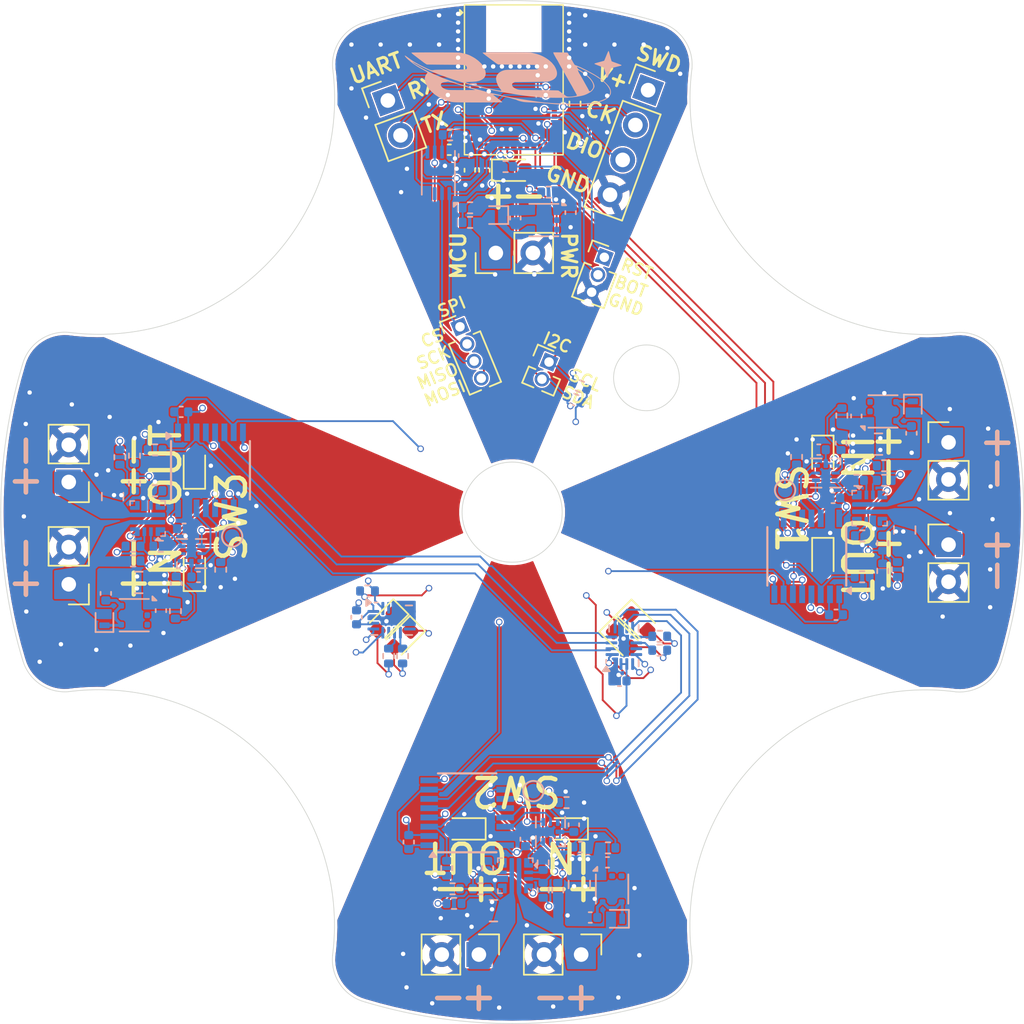
<source format=kicad_pcb>
(kicad_pcb (version 20241229) (generator "pcbnew") (generator_version "9.0")
  (title_block (title "BAGEL Switch MK1") (date "2025-12-02") (rev "Butter") (company "Illinois Space Society") (comment 4 "Contributors: Thomas McManamen"))
  (layers (0 "F.Cu" signal) (4 "In1.Cu" signal) (6 "In2.Cu" signal) (2 "B.Cu" signal) (13 "F.Paste" user) (15 "B.Paste" user) (5 "F.SilkS" user "F.Silkscreen") (7 "B.SilkS" user "B.Silkscreen") (1 "F.Mask" user) (3 "B.Mask" user) (25 "Edge.Cuts" user))
  (net 0 "")
  (net 1 "MCU_V")
  (net 2 "MCU_GND")
  (net 3 "Net-(D101-K)")
  (net 4 "Net-(D201-K)")
  (net 5 "/Switch 1/~{CLR}")
  (net 6 "Net-(D301-K)")
  (net 7 "/Switch 2/~{CLR}")
  (net 8 "Net-(D401-K)")
  (net 9 "/Switch 3/~{CLR}")
  (net 14 "/CoinCell_V")
  (net 15 "Net-(D102-A)")
  (net 16 "Net-(D103-A)")
  (net 17 "Net-(D202-A)")
  (net 18 "Net-(D203-A)")
  (net 19 "Net-(D302-A)")
  (net 20 "Net-(D303-A)")
  (net 21 "Net-(D402-A)")
  (net 22 "Net-(D403-A)")
  (net 23 "/BOOT")
  (net 24 "/NRST")
  (net 25 "/SWCLK")
  (net 26 "/SWDIO")
  (net 27 "/UART_RX")
  (net 28 "/UART_TX")
  (net 29 "/I2C_SCL")
  (net 30 "/I2C_SDA")
  (net 31 "/SPI_MOSI")
  (net 32 "/SPI_MISO")
  (net 33 "/FLASH_CS")
  (net 34 "/SPI_SCK")
  (net 35 "/EXP_RESET")
  (net 36 "Net-(D104-A)")
  (net 37 "/GPIO_Clock")
  (net 38 "/Switch_1")
  (net 39 "Net-(U204-ILM)")
  (net 40 "Net-(U204-OVLO{slash}OVCSEL)")
  (net 41 "Net-(U204-PGTH{slash}NFLT)")
  (net 42 "/Switch_2")
  (net 43 "Net-(U304-ILM)")
  (net 44 "Net-(U304-OVLO{slash}OVCSEL)")
  (net 45 "Net-(U304-PGTH{slash}NFLT)")
  (net 46 "/Switch_3")
  (net 47 "Net-(U404-ILM)")
  (net 48 "Net-(U404-OVLO{slash}OVCSEL)")
  (net 49 "Net-(U404-PGTH{slash}NFLT)")
  (net 50 "/Switch_4")
  (net 51 "/Switch_5")
  (net 52 "/Switch_6")
  (net 53 "/FLASH_RESET")
  (net 57 "/PG_ISO_1")
  (net 58 "Net-(U102-ANT_IN)")
  (net 59 "/~{Q}_ISO_1")
  (net 61 "/PG_ISO_2")
  (net 62 "Net-(D105-A)")
  (net 63 "/PG_ISO_3")
  (net 65 "/~{Q}_ISO_3")
  (net 66 "/~{Q}_ISO_2")
  (net 67 "Net-(D106-A)")
  (net 69 "/RED_LED")
  (net 70 "Net-(U201-OUTA)")
  (net 71 "Net-(U201-OUTB)")
  (net 74 "Net-(U301-OUTA)")
  (net 75 "Net-(U301-OUTB)")
  (net 78 "Net-(U401-OUTA)")
  (net 79 "Net-(U401-OUTB)")
  (net 82 "/Switch 1/Reg_V")
  (net 83 "/Switch 1/SubBatt_GND")
  (net 84 "/Switch 2/Reg_V")
  (net 85 "/Switch 2/SubBatt_GND")
  (net 86 "/Switch 3/SubBatt_GND")
  (net 87 "/Switch 3/Reg_V")
  (net 88 "/Switch 1/SubBatt_V")
  (net 89 "/Switch 2/SubBatt_V")
  (net 90 "/Switch 3/SubBatt_V")
  (net 91 "/Switch 1/Q")
  (net 92 "/Switch 2/Q")
  (net 93 "/Switch 3/Q")
  (net 94 "/Switch 1/PG")
  (net 95 "/Switch 2/PG")
  (net 96 "/Switch 3/PG")
  (net 97 "/Switch 1/~{Q}")
  (net 98 "/Switch 2/~{Q}")
  (net 99 "/Switch 3/~{Q}")
  (net 100 "/ORANGE_LED")
  (net 101 "/GREEN_LED")
  (net 102 "/BLUE_LED")
  (net 103 "/V_SENSE")
  (net 104 "Net-(J403-Pin_1)")
  (net 105 "Net-(J303-Pin_1)")
  (net 106 "Net-(J203-Pin_1)")
  (footprint "Connector_PinHeader_2.54mm:PinHeader_1x02_P2.54mm_Vertical" (layer "F.Cu") (at 119.654 97.935999 180)
    (property "Reference" "J403" (hide yes))
    (property "Value" "Conn_01x02")
  )
  (footprint "MCU_STM32:LGA77_6P5X10_STM" (layer "F.Cu") (at 150.112499 70.4125)
    (property "Reference" "U102" (hide yes))
    (property "Value" "STM32WB1MMC")
  )
  (footprint "LED_SMD:LED_0603_1608Metric" (layer "F.Cu") (at 158.695638 107.546431 -45)
    (property "Reference" "D103" (hide yes))
    (property "Value" "RED")
  )
  (footprint "Connector_PinHeader_2.54mm:PinHeader_1x02_P2.54mm_Vertical" (layer "F.Cu") (at 179.864 102.223)
    (property "Reference" "J203" (hide yes))
    (property "Value" "Conn_01x02")
  )
  (footprint "Connector_PinHeader_2.54mm:PinHeader_1x02_P2.54mm_Vertical" (layer "F.Cu") (at 119.654 104.936 180)
    (property "Reference" "J401" (hide yes))
    (property "Value" "Conn_01x02")
  )
  (footprint "Connector_PinHeader_1.27mm:PinHeader_1x04_P1.27mm_Vertical" (layer "F.Cu") (at 146.428977 87.31502 22.5)
    (property "Reference" "J106" (hide yes))
    (property "Value" "Conn_01x04")
  )
  (footprint "LED_SMD:LED_0603_1608Metric" (layer "F.Cu") (at 128.254606 103.916 90)
    (property "Reference" "D402" (hide yes))
    (property "Value" "RED")
  )
  (footprint "Connector_PinHeader_2.54mm:PinHeader_1x02_P2.54mm_Vertical" (layer "F.Cu") (at 179.864 95.222999)
    (property "Reference" "J201" (hide yes))
    (property "Value" "Conn_01x02")
  )
  (footprint "Connector_PinHeader_1.27mm:PinHeader_1x03_P1.27mm_Vertical" (layer "F.Cu") (at 156.308701 82.559163 -20)
    (property "Reference" "J101" (hide yes))
    (property "Value" "Conn_01x03")
  )
  (footprint "Capacitor_SMD:C_0402_1005Metric" (layer "F.Cu") (at 145.7 74.2 180)
    (property "Reference" "C103" (hide yes))
    (property "Value" "100nF")
  )
  (footprint "Capacitor_SMD:C_0402_1005Metric" (layer "F.Cu") (at 147.1 76.6 -90)
    (property "Reference" "C101" (hide yes))
    (property "Value" "100nF")
  )
  (footprint "Connector_PinHeader_2.54mm:PinHeader_1x04_P2.54mm_Vertical" (layer "F.Cu") (at 159.303097 71.119771 -20)
    (property "Reference" "J102" (hide yes))
    (property "Value" "Conn_01x04")
  )
  (footprint "LED_SMD:LED_0603_1608Metric" (layer "F.Cu") (at 142.47467 108.672321 -135)
    (property "Reference" "D105" (hide yes))
    (property "Value" "GREEN")
  )
  (footprint "Connector_PinHeader_2.54mm:PinHeader_1x02_P2.54mm_Vertical" (layer "F.Cu") (at 141.491747 71.826211 20)
    (property "Reference" "J104" (hide yes))
    (property "Value" "Conn_01x02")
  )
  (footprint "LED_SMD:LED_0603_1608Metric" (layer "F.Cu") (at 146.701999 121.675394 180)
    (property "Reference" "D303" (hide yes))
    (property "Value" "GREEN")
  )
  (footprint "Connector_PinHeader_2.54mm:PinHeader_1x02_P2.54mm_Vertical" (layer "F.Cu") (at 148.881 82.263 90)
    (property "Reference" "J103" (hide yes))
    (property "Value" "Conn_01x02")
  )
  (footprint "Capacitor_SMD:C_0402_1005Metric" (layer "F.Cu") (at 148.1 76.6 -90)
    (property "Reference" "C105" (hide yes))
    (property "Value" "100nF")
  )
  (footprint "LED_SMD:LED_0603_1608Metric" (layer "F.Cu") (at 153.702 121.675394 180)
    (property "Reference" "D302" (hide yes))
    (property "Value" "RED")
  )
  (footprint "LED_SMD:LED_0603_1608Metric" (layer "F.Cu") (at 171.263394 96.242999 -90)
    (property "Reference" "D202" (hide yes))
    (property "Value" "RED")
  )
  (footprint "LED_SMD:LED_0603_1608Metric" (layer "F.Cu") (at 157.527036 108.715035 -45)
    (property "Reference" "D104" (hide yes))
    (property "Value" "ORANGE")
  )
  (footprint "Connector_PinHeader_2.54mm:PinHeader_1x02_P2.54mm_Vertical" (layer "F.Cu") (at 154.722 130.276 -90)
    (property "Reference" "J301" (hide yes))
    (property "Value" "Conn_01x02")
  )
  (footprint "LED_SMD:LED_0603_1608Metric" (layer "F.Cu") (at 141.339582 107.52708 -135)
    (property "Reference" "D106" (hide yes))
    (property "Value" "BLUE")
  )
  (footprint "Connector_PinHeader_1.27mm:PinHeader_1x02_P1.27mm_Vertical" (layer "F.Cu") (at 152.524005 89.725336 -22.5)
    (property "Reference" "J105" (hide yes))
    (property "Value" "Conn_01x02")
  )
  (footprint "Resistor_SMD:R_0402_1005Metric" (layer "F.Cu") (at 154.3 72.05 90)
    (property "Reference" "R113" (hide yes))
    (property "Value" "10k")
  )
  (footprint "Connector_PinHeader_2.54mm:PinHeader_1x02_P2.54mm_Vertical" (layer "F.Cu") (at 147.721999 130.276 -90)
    (property "Reference" "J303" (hide yes))
    (property "Value" "Conn_01x02")
  )
  (footprint "Capacitor_SMD:C_0402_1005Metric" (layer "F.Cu") (at 145.7 75.2 180)
    (property "Reference" "C102" (hide yes))
    (property "Value" "4.7uF")
  )
  (footprint "LED_SMD:LED_0603_1608Metric" (layer "F.Cu") (at 150.1 76.6)
    (property "Reference" "D102" (hide yes))
    (property "Value" "RED")
  )
  (footprint "LED_SMD:LED_0603_1608Metric" (layer "F.Cu") (at 171.263394 103.243 -90)
    (property "Reference" "D203" (hide yes))
    (property "Value" "GREEN")
  )
  (footprint "LED_SMD:LED_0603_1608Metric" (layer "F.Cu") (at 128.254606 96.915999 90)
    (property "Reference" "D403" (hide yes))
    (property "Value" "GREEN")
  )
  (footprint "Capacitor_SMD:C_0402_1005Metric" (layer "B.Cu") (at 170.984001 95.722999 180)
    (property "Reference" "C203" (hide yes))
    (property "Value" "100nF")
  )
  (footprint "Resistor_SMD:R_0402_1005Metric" (layer "B.Cu") (at 152.121999 123.976 90)
    (property "Reference" "R307" (hide yes))
    (property "Value" "390k")
  )
  (footprint "Resistor_SMD:R_0402_1005Metric" (layer "B.Cu") (at 125.954 102.335999)
    (property "Reference" "R407" (hide yes))
    (property "Value" "390k")
  )
  (footprint "Package_SON:Winbond_USON-8-1EP_3x2mm_P0.5mm_EP0.2x1.6mm" (layer "B.Cu") (at 144.95 76.775 90)
    (property "Reference" "U101" (hide yes))
    (property "Value" "W25Q16JLUX")
  )
  (footprint "Capacitor_SMD:C_0402_1005Metric" (layer "B.Cu") (at 154.222 121.396001 90)
    (property "Reference" "C301" (hide yes))
    (property "Value" "100nF")
  )
  (footprint "Resistor_SMD:R_0402_1005Metric" (layer "B.Cu") (at 130.054 103.936 90)
    (property "Reference" "R402" (hide yes))
    (property "Value" "10k")
  )
  (footprint "Capacitor_SMD:C_0402_1005Metric" (layer "B.Cu") (at 150.22 79.87 -90)
    (property "Reference" "C106" (hide yes))
    (property "Value" "1uF")
  )
  (footprint "Package_SON:WSON-6-1EP_2x2mm_P0.65mm_EP1x1.6mm" (layer "B.Cu") (at 175.379 93.106999)
    (property "Reference" "U203" (hide yes))
    (property "Value" "TPS7A25")
  )
  (footprint "Capacitor_SMD:C_0402_1005Metric" (layer "B.Cu") (at 127.554 101.136)
    (property "Reference" "C403" (hide yes))
    (property "Value" "100nF")
  )
  (footprint "Capacitor_SMD:C_0805_2012Metric" (layer "B.Cu") (at 175.071 95.346999)
    (property "Reference" "C206" (hide yes))
    (property "Value" "100uF")
  )
  (footprint "Capacitor_SMD:C_0805_2012Metric" (layer "B.Cu") (at 124.447 104.812 180)
    (property "Reference" "C406" (hide yes))
    (property "Value" "100uF")
  )
  (footprint "Resistor_SMD:R_0402_1005Metric" (layer "B.Cu") (at 146.022 126.776001 180)
    (property "Reference" "R310" (hide yes))
    (property "Value" "1k")
  )
  (footprint "Resistor_SMD:R_0402_1005Metric" (layer "B.Cu") (at 156.553 122.975)
    (property "Reference" "R304" (hide yes))
    (property "Value" "10k")
  )
  (footprint "Resistor_SMD:R_0402_1005Metric" (layer "B.Cu") (at 169.464 96.222999 -90)
    (property "Reference" "R202" (hide yes))
    (property "Value" "10k")
  )
  (footprint "Capacitor_SMD:C_0402_1005Metric" (layer "B.Cu") (at 154 79.5 -90)
    (property "Reference" "C107" (hide yes))
    (property "Value" "2.2uF")
  )
  (footprint "Capacitor_SMD:C_0402_1005Metric" (layer "B.Cu") (at 156.523 123.966)
    (property "Reference" "C305" (hide yes))
    (property "Value" "2.2uF")
  )
  (footprint "Capacitor_SMD:C_0402_1005Metric" (layer "B.Cu") (at 127.354 93.136)
    (property "Reference" "C402" (hide yes))
    (property "Value" "100nF")
  )
  (footprint "Resistor_SMD:R_0402_1005Metric" (layer "B.Cu") (at 175.464 96.823 180)
    (property "Reference" "R203" (hide yes))
    (property "Value" "4.7k")
  )
  (footprint "Resistor_SMD:R_0402_1005Metric" (layer "B.Cu") (at 152.122 125.876 90)
    (property "Reference" "R305" (hide yes))
    (property "Value" "10k")
  )
  (footprint "Capacitor_SMD:C_0805_2012Metric" (layer "B.Cu") (at 154.598 125.483 -90)
    (property "Reference" "C306" (hide yes))
    (property "Value" "100uF")
  )
  (footprint "Resistor_SMD:R_0402_1005Metric" (layer "B.Cu") (at 145.522001 124.366 -90)
    (property "Reference" "R301" (hide yes))
    (property "Value" "10k")
  )
  (footprint "Resistor_SMD:R_0402_1005Metric" (layer "B.Cu") (at 154.250902 92.295014 -22.5)
    (property "Reference" "R109" (hide yes))
    (property "Value" "4.7k")
  )
  (footprint "Resistor_SMD:R_0402_1005Metric" (layer "B.Cu") (at 125.564 95.736001 180)
    (property "Reference" "R401" (hide yes))
    (property "Value" "10k")
  )
  (footprint "Resistor_SMD:R_0402_1005Metric" (layer "B.Cu") (at 172.563 93.391999 90)
    (property "Reference" "R204" (hide yes))
    (property "Value" "10k")
  )
  (footprint "Resistor_SMD:R_0402_1005Metric" (layer "B.Cu") (at 141.551 109.845 -90)
    (property "Reference" "R108" (hide yes))
    (property "Value" "4.7k")
  )
  (footprint "Package_SON:WSON-6-1EP_2x2mm_P0.65mm_EP1x1.6mm" (layer "B.Cu") (at 152.171 80.0115 180)
    (property "Reference" "U103" (hide yes))
    (property "Value" "TPS7A25")
  )
  (footprint "Diode_SMD:D_SOD-882" (layer "B.Cu") (at 157.18 127.83 180)
    (property "Reference" "D301" (hide yes))
    (property "Value" "SDM05U40CSP-7")
  )
  (footprint "Diode_SMD:D_SOD-882" (layer "B.Cu") (at 177.418 92.764999 -90)
    (property "Reference" "D201" (hide yes))
    (property "Value" "SDM05U40CSP-7")
  )
  (footprint "Resistor_SMD:R_0402_1005Metric" (layer "B.Cu") (at 147.12 80.17)
    (property "Reference" "R110" (hide yes))
    (property "Value" "100k")
  )
  (footprint "Package_UQFN:UQFN-RSE0008A" (layer "B.Cu") (at 128.054001 102.836)
    (property "Reference" "U402" (hide yes))
    (property "Value" "SN74AUP1G74RSER")
  )
  (footprint "Package_SON:WSON-6-1EP_2x2mm_P0.65mm_EP1x1.6mm" (layer "B.Cu") (at 124.139 107.052 180)
    (property "Reference" "U403" (hide yes))
    (property "Value" "TPS7A25")
  )
  (footprint "Resistor_SMD:R_0402_1005Metric" (layer "B.Cu") (at 148.321999 124.376001 90)
    (property "Reference" "R306" (hide yes))
    (property "Value" "680")
  )
  (footprint "Package_VQFN:VQFN-HR-RPW0010A" (layer "B.Cu") (at 150.221999 124.876 180)
    (property "Reference" "U304" (hide yes))
    (property "Value" "TPS25947")
  )
  (footprint "Resistor_SMD:R_0402_1005Metric" (layer "B.Cu") (at 153.722 119.876 180)
    (property "Reference" "R302" (hide yes))
    (property "Value" "10k")
  )
  (footprint "Resistor_SMD:R_0402_1005Metric" (layer "B.Cu") (at 176.364001 103.922999 -90)
    (property "Reference" "R210" (hide yes))
    (property "Value" "1k")
  )
  (footprint "Capacitor_SMD:C_0402_1005Metric" (layer "B.Cu") (at 122.191 105.561 90)
    (property "Reference" "C404" (hide yes))
    (property "Value" "1uF")
  )
  (footprint "Capacitor_SMD:C_0402_1005Metric" (layer "B.Cu") (at 157.346376 111.545471 180)
    (property "Reference" "C108" (hide yes))
    (property "Value" "100nF")
  )
  (footprint "Capacitor_SMD:C_0402_1005Metric" (layer "B.Cu") (at 150.922 122.376 90)
    (property "Reference" "C303" (hide yes))
    (property "Value" "100nF")
  )
  (footprint "Resistor_SMD:R_0402_1005Metric" (layer "B.Cu") (at 145.922001 125.776001 180)
    (property "Reference" "R309" (hide yes))
    (property "Value" "500k")
  )
  (footprint "Capacitor_SMD:C_0402_1005Metric" (layer "B.Cu") (at 172.164 107.022999 180)
    (property "Reference" "C202" (hide yes))
    (property "Value" "100nF")
  )
  (footprint "Diode_SMD:D_SOD-882" (layer "B.Cu") (at 148.92 79.67 180)
    (property "Reference" "D101" (hide yes))
    (property "Value" "SDM05U40CSP-7")
  )
  (footprint "Resistor_SMD:R_0402_1005Metric" (layer "B.Cu") (at 154.63572 91.381892 -22.5)
    (property "Reference" "R112" (hide yes))
    (property "Value" "4.7k")
  )
  (footprint "Package_VQFN:VQFN-HR-RPW0010A" (layer "B.Cu") (at 174.464 99.723 -90)
    (property "Reference" "U204" (hide yes))
    (property "Value" "TPS25947")
  )
  (footprint "Resistor_SMD:R_0402_1005Metric" (layer "B.Cu") (at 147.12 79.17 180)
    (property "Reference" "R111" (hide yes))
    (property "Value" "100k")
  )
  (footprint "Resistor_SMD:R_0402_1005Metric" (layer "B.Cu") (at 160.096376 108.495471)
    (property "Reference" "R105" (hide yes))
    (property "Value" "4.7k")
  )
  (footprint "Resistor_SMD:R_0402_1005Metric" (layer "B.Cu") (at 145.75 74.175 180)
    (property "Reference" "R101" (hide yes))
    (property "Value" "10k")
  )
  (footprint "Package_DFN_QFN:UQFN-16_1.8x2.6mm_P0.4mm" (layer "B.Cu") (at 141.751 107.395 -90)
    (property "Reference" "U105" (hide yes))
    (property "Value" "TCAL9538")
  )
  (footprint "Package_UQFN:UQFN-RSE0008A" (layer "B.Cu") (at 152.622 121.875999 90)
    (property "Reference" "U302" (hide yes))
    (property "Value" "SN74AUP1G74RSER")
  )
  (footprint "Capacitor_SMD:C_0805_2012Metric" (layer "B.Cu") (at 148.722 127.276 180)
    (property "Reference" "C308" (hide yes))
    (property "Value" "22uF")
  )
  (footprint "Capacitor_SMD:C_0402_1005Metric" (layer "B.Cu") (at 155.347 127.739 180)
    (property "Reference" "C304" (hide yes))
    (property "Value" "1uF")
  )
  (footprint "Resistor_SMD:R_0402_1005Metric" (layer "B.Cu") (at 173.564 97.823 180)
    (property "Reference" "R207" (hide yes))
    (property "Value" "390k")
  )
  (footprint "Capacitor_SMD:C_0402_1005Metric" (layer "B.Cu") (at 139.351 107.195 90)
    (property "Reference" "C109" (hide yes))
    (property "Value" "100nF")
  )
  (footprint "Capacitor_SMD:C_0402_1005Metric" (layer "B.Cu") (at 127.011 104.885 90)
    (property "Reference" "C407" (hide yes))
    (property "Value" "100nF")
  )
  (footprint "Capacitor_SMD:C_0805_2012Metric" (layer "B.Cu") (at 122.654 98.936 90)
    (property "Reference" "C408" (hide yes))
    (property "Value" "22uF")
  )
  (footprint "Package_UQFN:UQFN-RSE0008A" (layer "B.Cu") (at 171.463999 97.322999 180)
    (property "Reference" "U202" (hide yes))
    (property "Value" "SN74AUP1G74RSER")
  )
  (footprint "Capacitor_SMD:C_0402_1005Metric" (layer "B.Cu") (at 154.671 122.919 180)
    (property "Reference" "C307" (hide yes))
    (property "Value" "100nF")
  )
  (footprint "TestPoint:TestPoint_Pad_D1.0mm" (layer "B.Cu") (at 168.68 98.491999)
    (property "Reference" "J202" (hide yes))
    (property "Value" "Conn_01x01")
  )
  (footprint "Package_SON:WSON-6-1EP_2x2mm_P0.65mm_EP1x1.6mm" (layer "B.Cu") (at 156.838 125.791 -90)
    (property "Reference" "U303" (hide yes))
    (property "Value" "TPS7A25")
  )
  (footprint "Package_DFN_QFN:UQFN-16_1.8x2.6mm_P0.4mm" (layer "B.Cu") (at 157.646376 109.145471)
    (property "Reference" "U104" (hide yes))
    (property "Value" "TCAL9538")
  )
  (footprint "Resistor_SMD:R_0402_1005Metric" (layer "B.Cu") (at 124.153999 96.136001 90)
    (property "Reference" "R409" (hide yes))
    (property "Value" "500k")
  )
  (footprint "Capacitor_SMD:C_0402_1005Metric" (layer "B.Cu") (at 142.922 122.576 90)
    (property "Reference" "C302" (hide yes))
    (property "Value" "100nF")
  )
  (footprint "Package_SO:SSOP-16_3.9x4.9mm_P0.635mm" (layer "B.Cu") (at 170.163999 103.023 90)
    (property "Reference" "U201" (hide yes))
    (property "Value" "ISO7742")
  )
  (footprint "Resistor_SMD:R_0402_1005Metric" (layer "B.Cu") (at 175.364 102.122999 -90)
    (property "Reference" "R208" (hide yes))
    (property "Value" "300k")
  )
  (footprint "Resistor_SMD:R_0402_1005Metric" (layer "B.Cu") (at 123.153999 96.236 90)
    (property "Reference" "R410" (hide yes))
    (property "Value" "1k")
  )
  (footprint "Capacitor_SMD:C_0402_1005Metric" (layer "B.Cu") (at 146.7 75.6 -90)
    (property "Reference" "C104" (hide yes))
    (property "Value" "100nF")
  )
  (footprint "Resistor_SMD:R_0402_1005Metric" (layer "B.Cu") (at 124.154 98.036 90)
    (property "Reference" "R408" (hide yes))
    (property "Value" "300k")
  )
  (footprint "Capacitor_SMD:C_0402_1005Metric" (layer "B.Cu") (at 125.964 106.737 -90)
    (property "Reference" "C401" (hide yes))
    (property "Value" "100nF")
  )
  (footprint "Logos_ISS:ISS_LOGOV2_tiny" (layer "B.Cu") (at 150.1 70.3 180)
    (property "Reference" "G***" (hide yes))
    (property "Value" "LOGO" (hide yes))
  )
  (footprint "Resistor_SMD:R_0402_1005Metric" (layer "B.Cu") (at 126.955 106.767 -90)
    (property "Reference" "R404" (hide yes))
    (property "Value" "10k")
  )
  (footprint "Resistor_SMD:R_0402_1005Metric" (layer "B.Cu") (at 124.054 103.335999)
    (property "Reference" "R403" (hide yes))
    (property "Value" "4.7k")
  )
  (footprint "Capacitor_SMD:C_0402_1005Metric" (layer "B.Cu") (at 171.964 99.022999 180)
    (property "Reference" "C201" (hide yes))
    (property "Value" "100nF")
  )
  (footprint "Resistor_SMD:R_0402_1005Metric" (layer "B.Cu") (at 152.5 78.1)
    (property "Reference" "R104" (hide yes))
    (property "Value" "4.7k")
  )
  (footprint "Resistor_SMD:R_0402_1005Metric" (layer "B.Cu") (at 124.054 102.336)
    (property "Reference" "R405" (hide yes))
    (property "Value" "10k")
  )
  (footprint "Capacitor_SMD:C_0402_1005Metric" (layer "B.Cu") (at 128.533999 104.436)
    (property "Reference" "C405" (hide yes))
    (property "Value" "2.2uF")
  )
  (footprint "Diode_SMD:D_SOD-882" (layer "B.Cu") (at 122.1 107.394 90)
    (property "Reference" "D401" (hide yes))
    (property "Value" "SDM05U40CSP-7")
  )
  (footprint "Capacitor_SMD:C_0402_1005Metric" (layer "B.Cu") (at 177.327 94.597999 -90)
    (property "Reference" "C204" (hide yes))
    (property "Value" "1uF")
  )
  (footprint "Package_VQFN:VQFN-HR-RPW0010A" (layer "B.Cu") (at 125.054 100.435999 90)
    (property "Reference" "U404" (hide yes))
    (property "Value" "TPS25947")
  )
  (footprint "Resistor_SMD:R_0402_1005Metric" (layer "B.Cu") (at 142.501 109.845 -90)
    (property "Reference" "R107" (hide yes))
    (property "Value" "4.7k")
  )
  (footprint "Capacitor_SMD:C_0402_1005Metric" (layer "B.Cu") (at 173.554 93.421999 90)
    (property "Reference" "C205" (hide yes))
    (property "Value" "2.2uF")
  )
  (footprint "TestPoint:TestPoint_Pad_D1.0mm" (layer "B.Cu") (at 130.838 101.667 180)
    (property "Reference" "J402" (hide yes))
    (property "Value" "Conn_01x01")
  )
  (footprint "Resistor_SMD:R_0402_1005Metric" (layer "B.Cu") (at 125.553999 98.535999)
    (property "Reference" "R406" (hide yes))
    (property "Value" "680")
  )
  (footprint "Capacitor_SMD:C_0402_1005Metric" (layer "B.Cu") (at 172.507 95.273999 -90)
    (property "Reference" "C207" (hide yes))
    (property "Value" "100nF")
  )
  (footprint "Resistor_SMD:R_0402_1005Metric" (layer "B.Cu") (at 153.121999 125.876 90)
    (property "Reference" "R303" (hide yes))
    (property "Value" "4.7k")
  )
  (footprint "Resistor_SMD:R_0402_1005Metric" (layer "B.Cu") (at 175.364001 104.022998 -90)
    (property "Reference" "R209" (hide yes))
    (property "Value" "500k")
  )
  (footprint "Resistor_SMD:R_0402_1005Metric" (layer "B.Cu") (at 149.55 76.35)
    (property "Reference" "R102" (hide yes))
    (property "Value" "10k")
  )
  (footprint "Package_SO:SSOP-16_3.9x4.9mm_P0.635mm" (layer "B.Cu") (at 129.354001 97.135999 -90)
    (property "Reference" "U401" (hide yes))
    (property "Value" "ISO7742")
  )
  (footprint "Capacitor_SMD:C_0805_2012Metric" (layer "B.Cu") (at 176.864 101.222999 -90)
    (property "Reference" "C208" (hide yes))
    (property "Value" "22uF")
  )
  (footprint "Resistor_SMD:R_0402_1005Metric" (layer "B.Cu") (at 173.964001 101.623 180)
    (property "Reference" "R206" (hide yes))
    (property "Value" "680")
  )
  (footprint "TestPoint:TestPoint_Pad_D1.0mm" (layer "B.Cu") (at 151.453 119.092 -90)
    (property "Reference" "J302" (hide yes))
    (property "Value" "Conn_01x01")
  )
  (footprint "Resistor_SMD:R_0402_1005Metric" (layer "B.Cu") (at 160.096376 109.445471)
    (property "Reference" "R106" (hide yes))
    (property "Value" "4.7k")
  )
  (footprint "Resistor_SMD:R_0402_1005Metric" (layer "B.Cu") (at 147.822 125.776 180)
    (property "Reference" "R308" (hide yes))
    (property "Value" "300k")
  )
  (footprint "Resistor_SMD:R_0402_1005Metric" (layer "B.Cu") (at 173.954 104.422998)
    (property "Reference" "R201" (hide yes))
    (property "Value" "10k")
  )
  (footprint "Package_SO:SSOP-16_3.9x4.9mm_P0.635mm" (layer "B.Cu") (at 146.921999 120.575999)
    (property "Reference" "U301" (hide yes))
    (property "Value" "ISO7742")
  )
  (footprint "Resistor_SMD:R_0402_1005Metric" (layer "B.Cu") (at 175.464 97.822999 180)
    (property "Reference" "R205" (hide yes))
    (property "Value" "10k")
  )
  (footprint "Resistor_SMD:R_0402_1005Metric" (layer "B.Cu") (at 140.101 105.395 180)
    (property "Reference" "R103" (hide yes))
    (property "Value" "10k")
  )
  (gr_line (start 116.724148 105.646366) (end 116.724149 104.146367) (stroke (width 0.3)) (layer "F.SilkS"))
  (gr_line (start 147.875999 125.048) (end 147.875998 126.548) (stroke (width 0.3)) (layer "F.SilkS"))
  (gr_line (start 124.1025 105.637333) (end 124.102501 104.137334) (stroke (width 0.3)) (layer "F.SilkS"))
  (gr_line (start 146.372617 133.249372) (end 144.872617 133.249372) (stroke (width 0.3)) (layer "F.SilkS"))
  (gr_line (start 116.724148 96.546364) (end 116.724148 95.046365) (stroke (width 0.3)) (layer "F.SilkS"))
  (gr_line (start 148.472617 133.249372) (end 146.972616 133.249372) (stroke (width 0.3)) (layer "F.SilkS"))
  (gr_line (start 147.722617 132.499372) (end 147.722616 133.999372) (stroke (width 0.3)) (layer "F.SilkS"))
  (gr_line (start 117.474147 104.896366) (end 115.974148 104.896365) (stroke (width 0.3)) (layer "F.SilkS"))
  (gr_line (start 148.299998 78.400001) (end 149.799997 78.400001) (stroke (width 0.3)) (layer "F.SilkS"))
  (gr_line (start 124.8525 104.887333) (end 123.352501 104.887333) (stroke (width 0.3)) (layer "F.SilkS"))
  (gr_line (start 154.722617 132.499372) (end 154.722618 133.999372) (stroke (width 0.3)) (layer "F.SilkS"))
  (gr_line (start 182.452382 95.255181) (end 183.952383 95.255181) (stroke (width 0.3)) (layer "F.SilkS"))
  (gr_line (start 124.102501 96.537332) (end 124.102499 95.037332) (stroke (width 0.3)) (layer "F.SilkS"))
  (gr_line (start 116.724148 98.646366) (end 116.724148 97.146365) (stroke (width 0.3)) (layer "F.SilkS"))
  (gr_line (start 175.763394 103.523) (end 175.763394 105.023) (stroke (width 0.3)) (layer "F.SilkS"))
  (gr_line (start 175.763393 101.423) (end 175.763394 102.923) (stroke (width 0.3)) (layer "F.SilkS"))
  (gr_line (start 155.625999 125.798001) (end 154.126 125.798) (stroke (width 0.3)) (layer "F.SilkS"))
  (gr_line (start 154.875999 125.048) (end 154.876 126.548) (stroke (width 0.3)) (layer "F.SilkS"))
  (gr_line (start 149.049998 79.15) (end 149.049998 77.65) (stroke (width 0.3)) (layer "F.SilkS"))
  (gr_line (start 124.852499 97.887334) (end 123.3525 97.887333) (stroke (width 0.3)) (layer "F.SilkS"))
  (gr_line (start 183.202383 103.605182) (end 183.202383 105.105182) (stroke (width 0.3)) (layer "F.SilkS"))
  (gr_line (start 182.452383 102.255182) (end 183.952383 102.255182) (stroke (width 0.3)) (layer "F.SilkS"))
  (gr_line (start 150.4 78.4) (end 151.899997 78.4) (stroke (width 0.3)) (layer "F.SilkS"))
  (gr_line (start 153.526 125.798) (end 152.026 125.798001) (stroke (width 0.3)) (layer "F.SilkS"))
  (gr_line (start 175.013393 95.172999) (end 176.513394 95.172998) (stroke (width 0.3)) (layer "F.SilkS"))
  (gr_line (start 116.724148 103.546366) (end 116.724148 102.046367) (stroke (width 0.3)) (layer "F.SilkS"))
  (gr_line (start 155.472617 133.249372) (end 153.972618 133.249372) (stroke (width 0.3)) (layer "F.SilkS"))
  (gr_line (start 175.763394 96.522999) (end 175.763393 98.022998) (stroke (width 0.3)) (layer "F.SilkS"))
  (gr_line (start 175.763394 94.422999) (end 175.763394 95.922999) (stroke (width 0.3)) (layer "F.SilkS"))
  (gr_line (start 153.372617 133.249372) (end 151.872617 133.249372) (stroke (width 0.3)) (layer "F.SilkS"))
  (gr_line (start 148.625999 125.798) (end 147.125998 125.798) (stroke (width 0.3)) (layer "F.SilkS"))
  (gr_line (start 117.474147 97.896366) (end 115.974148 97.896366) (stroke (width 0.3)) (layer "F.SilkS"))
  (gr_line (start 183.202382 101.505182) (end 183.202383 103.005182) (stroke (width 0.3)) (layer "F.SilkS"))
  (gr_line (start 183.202383 94.505182) (end 183.202383 96.005181) (stroke (width 0.3)) (layer "F.SilkS"))
  (gr_line (start 175.013394 102.173) (end 176.513394 102.172999) (stroke (width 0.3)) (layer "F.SilkS"))
  (gr_line (start 183.202383 96.605181) (end 183.202382 98.105181) (stroke (width 0.3)) (layer "F.SilkS"))
  (gr_line (start 124.1025 103.537332) (end 124.1025 102.037334) (stroke (width 0.3)) (layer "F.SilkS"))
  (gr_line (start 146.525999 125.798001) (end 145.025999 125.798001) (stroke (width 0.3)) (layer "F.SilkS"))
  (gr_line (start 124.1025 98.637332) (end 124.1025 97.137332) (stroke (width 0.3)) (layer "F.SilkS"))
  (gr_line (start 183.202385 103.605181) (end 183.202383 105.10518) (stroke (width 0.3)) (layer "B.SilkS"))
  (gr_line (start 116.724 103.548999) (end 116.724 102.049) (stroke (width 0.3)) (layer "B.SilkS"))
  (gr_line (start 183.952384 95.25518) (end 182.452383 95.255179) (stroke (width 0.3)) (layer "B.SilkS"))
  (gr_line (start 116.723999 105.649) (end 116.723999 104.149001) (stroke (width 0.3)) (layer "B.SilkS"))
  (gr_line (start 148.473997 133.252001) (end 146.973998 133.252) (stroke (width 0.3)) (layer "B.SilkS"))
  (gr_line (start 115.974002 104.899) (end 117.473999 104.898999) (stroke (width 0.3)) (layer "B.SilkS"))
  (gr_line (start 154.724 134.002) (end 154.723999 132.502) (stroke (width 0.3)) (layer "B.SilkS"))
  (gr_line (start 183.202383 94.505181) (end 183.202384 96.005179) (stroke (width 0.3)) (layer "B.SilkS"))
  (gr_line (start 115.974001 97.899) (end 117.474 97.898998) (stroke (width 0.3)) (layer "B.SilkS"))
  (gr_line (start 147.723998 134.001999) (end 147.723998 132.501999) (stroke (width 0.3)) (layer "B.SilkS"))
  (gr_line (start 183.202384 101.505182) (end 183.202383 103.005182) (stroke (width 0.3)) (layer "B.SilkS"))
  (gr_line (start 153.373998 133.251999) (end 151.873999 133.252) (stroke (width 0.3)) (layer "B.SilkS"))
  (gr_line (start 146.373997 133.252) (end 144.873999 133.251998) (stroke (width 0.3)) (layer "B.SilkS"))
  (gr_line (start 155.473998 133.252) (end 153.973999 133.251999) (stroke (width 0.3)) (layer "B.SilkS"))
  (gr_line (start 183.202384 96.60518) (end 183.202383 98.10518) (stroke (width 0.3)) (layer "B.SilkS"))
  (gr_line (start 183.952383 102.255182) (end 182.452384 102.255181) (stroke (width 0.3)) (layer "B.SilkS"))
  (gr_line (start 116.724 96.548999) (end 116.724002 95.048998) (stroke (width 0.3)) (layer "B.SilkS"))
  (gr_line (start 116.723999 98.648999) (end 116.724001 97.148998) (stroke (width 0.3)) (layer "B.SilkS"))
  (gr_arc (start 183.527845 110.080322) (mid 182.344011 111.765389) (end 180.354154 112.295846) (stroke (width 0.05)) (layer "Edge.Cuts"))
  (gr_arc (start 139.924704 66.47615) (mid 144.914197 65.364278) (end 150.012433 64.991054) (stroke (width 0.05)) (layer "Edge.Cuts"))
  (gr_arc (start 139.921148 133.517427) (mid 138.236081 132.333593) (end 137.705624 130.343736) (stroke (width 0.05)) (layer "Edge.Cuts"))
  (gr_arc (start 180.36457 87.705624) (mid 166.894815 83.117071) (end 162.306262 69.647316) (stroke (width 0.05)) (layer "Edge.Cuts"))
  (gr_arc (start 162.295846 130.354154) (mid 161.766061 132.335446) (end 160.087182 133.513392) (stroke (width 0.05)) (layer "Edge.Cuts"))
  (gr_arc (start 150.012433 64.991054) (mid 155.105795 65.363826) (end 160.090736 66.473625) (stroke (width 0.05)) (layer "Edge.Cuts"))
  (gr_circle (center 159.192387 90.807613) (end 161.442387 90.807613) (stroke (width 0.05)) (fill no) (layer "Edge.Cuts"))
  (gr_arc (start 119.647316 112.285428) (mid 117.666024 111.755643) (end 116.488078 110.076764) (stroke (width 0.05)) (layer "Edge.Cuts"))
  (gr_arc (start 116.486567 110.076764) (mid 115.374695 105.087271) (end 115.001471 99.989035) (stroke (width 0.05)) (layer "Edge.Cuts"))
  (gr_arc (start 183.525319 89.914288) (mid 184.637191 94.903781) (end 185.010415 100.002017) (stroke (width 0.05)) (layer "Edge.Cuts"))
  (gr_arc (start 149.999453 134.999998) (mid 144.906091 134.627226) (end 139.92115 133.517427) (stroke (width 0.05)) (layer "Edge.Cuts"))
  (gr_arc (start 137.71604 69.636899) (mid 133.127487 83.106654) (end 119.657732 87.695207) (stroke (width 0.05)) (layer "Edge.Cuts"))
  (gr_arc (start 115.00147 99.989036) (mid 115.374242 94.895674) (end 116.484041 89.910733) (stroke (width 0.05)) (layer "Edge.Cuts"))
  (gr_arc (start 160.090738 66.473625) (mid 161.775805 67.657459) (end 162.306262 69.647316) (stroke (width 0.05)) (layer "Edge.Cuts"))
  (gr_arc (start 185.010416 100.002017) (mid 184.637644 105.095379) (end 183.527845 110.08032) (stroke (width 0.05)) (layer "Edge.Cuts"))
  (gr_arc (start 116.484041 89.910731) (mid 117.667875 88.225664) (end 119.657732 87.695207) (stroke (width 0.05)) (layer "Edge.Cuts"))
  (gr_arc (start 180.36457 87.705624) (mid 182.345862 88.235409) (end 183.523808 89.914288) (stroke (width 0.05)) (layer "Edge.Cuts"))
  (gr_arc (start 160.087182 133.514903) (mid 155.097689 134.626775) (end 149.999453 134.999999) (stroke (width 0.05)) (layer "Edge.Cuts"))
  (gr_arc (start 137.71604 69.636899) (mid 138.245825 67.655607) (end 139.924704 66.477661) (stroke (width 0.05)) (layer "Edge.Cuts"))
  (gr_arc (start 119.647316 112.285428) (mid 133.117071 116.873981) (end 137.705624 130.343736) (stroke (width 0.05)) (layer "Edge.Cuts"))
  (gr_circle (center 150 100) (end 153.425 100) (stroke (width 0.05)) (fill no) (layer "Edge.Cuts"))
  (gr_arc (start 162.295846 130.354154) (mid 166.884399 116.884399) (end 180.354154 112.295846) (stroke (width 0.05)) (layer "Edge.Cuts"))
  (gr_text "MISO" (at 146.329295 90.105585 22.5) (layer "F.SilkS") (effects (font (size 0.8 0.8) (thickness 0.15) (bold yes)) (justify right)))
  (gr_text "SDA" (at 155.635935 92.601198 337.5) (layer "F.SilkS") (effects (font (size 0.8 0.8) (thickness 0.15) (bold yes)) (justify right)))
  (gr_text "UART" (at 140.69183 69.628458 20) (layer "F.SilkS") (effects (font (size 1 1) (thickness 0.2) (bold yes))))
  (gr_text "SWD" (at 160.051278 68.999499 340) (layer "F.SilkS") (effects (font (size 1 1) (thickness 0.2) (bold yes))))
  (gr_text "SCK" (at 145.80402 88.948522 22.5) (layer "F.SilkS") (effects (font (size 0.8 0.8) (thickness 0.15) (bold yes)) (justify right)))
  (gr_text "BOT" (at 156.984366 84.15659 340) (layer "F.SilkS") (effects (font (size 0.8 0.8) (thickness 0.15) (bold yes)) (justify left)))
  (gr_text "SW2" (at 150.2895 119.098001 180) (layer "F.SilkS") (effects (font (size 2 2) (thickness 0.3))))
  (gr_text "OUT" (at 126.302501 96.837332 90) (layer "F.SilkS") (effects (font (size 2 2) (thickness 0.3))))
  (gr_text "RX" (at 142.807317 71.347382 20) (layer "F.SilkS") (effects (font (size 1 1) (thickness 0.2) (bold yes)) (justify left)))
  (gr_text "OUT" (at 146.825998 123.598 180) (layer "F.SilkS") (effects (font (size 2 2) (thickness 0.3))))
  (gr_text "RST" (at 157.418731 82.963181 340) (layer "F.SilkS") (effects (font (size 0.8 0.8) (thickness 0.15) (bold yes)) (justify left)))
  (gr_text "I2C" (at 152.895206 88.829175 337.5) (layer "F.SilkS") (effects (font (size 0.8 0.8) (thickness 0.15) (bold yes)) (justify bottom)))
  (gr_text "IN" (at 153.826 123.598 180) (layer "F.SilkS") (effects (font (size 2 2) (thickness 0.3))))
  (gr_text "MOSI" (at 146.82223 91.276041 22.5) (layer "F.SilkS") (effects (font (size 0.8 0.8) (thickness 0.15) (bold yes)) (justify right)))
  (gr_text "SW3" (at 130.8025 100.310833 90) (layer "F.SilkS") (effects (font (size 2 2) (thickness 0.3))))
  (gr_text "V+" (at 158.006322 70.647783 340) (layer "F.SilkS") (effects (font (size 1 1) (thickness 0.2) (bold yes)) (justify right)))
  (gr_text "CS" (at 145.357279 87.758931 22.5) (layer "F.SilkS") (effects (font (size 0.8 0.8) (thickness 0.15) (bold yes)) (justify right)))
  (gr_text "PWR" (at 153.3 82.45 270) (layer "F.SilkS") (effects (font (size 1 1) (thickness 0.2) (bold yes)) (justify bottom)))
  (gr_text "SW1" (at 169.063394 99.746146 270) (layer "F.SilkS") (effects (font (size 2 2) (thickness 0.3))))
  (gr_text "TX" (at 143.770017 73.7 20) (layer "F.SilkS") (effects (font (size 1 1) (thickness 0.2) (bold yes)) (justify left)))
  (gr_text "OUT" (at 173.563394 103.223 270) (layer "F.SilkS") (effects (font (size 2 2) (thickness 0.3))))
  (gr_text "DIO" (at 156.268859 75.421421 340) (layer "F.SilkS") (effects (font (size 1 1) (thickness 0.2) (bold yes)) (justify right)))
  (gr_text "IN" (at 173.563394 96.246145 270) (layer "F.SilkS") (effects (font (size 2 2) (thickness 0.3))))
  (gr_text "GND" (at 155.380196 77.800986 340) (layer "F.SilkS") (effects (font (size 1 1) (thickness 0.2) (bold yes)) (justify right)))
  (gr_text "CK" (at 157.117658 73.027348 340) (layer "F.SilkS") (effects (font (size 1 1) (thickness 0.2) (bold yes)) (justify right)))
  (gr_text "MCU" (at 146.9 82.45 90) (layer "F.SilkS") (effects (font (size 1 1) (thickness 0.2) (bold yes)) (justify bottom)))
  (gr_text "SPI" (at 146.043899 86.391891 22.5) (layer "F.SilkS") (effects (font (size 0.8 0.8) (thickness 0.15) (bold yes)) (justify bottom)))
  (gr_text "IN" (at 126.3025 103.837332 90) (layer "F.SilkS") (effects (font (size 2 2) (thickness 0.3))))
  (gr_text "GND" (at 156.55 85.35 340) (layer "F.SilkS") (effects (font (size 0.8 0.8) (thickness 0.15) (bold yes)) (justify left)))
  (gr_text "SCL" (at 156.121946 91.427871 337.5) (layer "F.SilkS") (effects (font (size 0.8 0.8) (thickness 0.15) (bold yes)) (justify right)))
  (segment (start 156.196376 111.099376) (end 155.72 110.623) (width 0.127) (layer "F.Cu") (net 1))
  (segment (start 155.72441 106.35241) (end 155.074 105.702) (width 0.127) (layer "F.Cu") (net 1))
  (segment (start 155.074 105.702) (end 155.074 105.665) (width 0.127) (layer "F.Cu") (net 1))
  (segment (start 157.137 113.7995) (end 156.196376 112.858876) (width 0.127) (layer "F.Cu") (net 1))
  (segment (start 155.72 110.623) (end 155.72 110.54026) (width 0.127) (layer "F.Cu") (net 1))
  (segment (start 156.196376 112.858876) (end 156.196376 111.099376) (width 0.127) (layer "F.Cu") (net 1))
  (segment (start 144.307 105.201) (end 143.813 105.695) (width 0.127) (layer "F.Cu") (net 1))
  (segment (start 155.72 110.54026) (end 155.72441 110.53585) (width 0.127) (layer "F.Cu") (net 1))
  (segment (start 140.001 105.695) (end 139.901 105.795) (width 0.127) (layer "F.Cu") (net 1))
  (segment (start 155.72441 110.53585) (end 155.72441 106.35241) (width 0.127) (layer "F.Cu") (net 1))
  (segment (start 143.813 105.695) (end 140.001 105.695) (width 0.127) (layer "F.Cu") (net 1))
  (segment (start 157.137 113.934) (end 157.137 113.7995) (width 0.127) (layer "F.Cu") (net 1))
  (via (at 147.2 75.5) (size 0.45) (drill 0.3) (layers "F.Cu" "B.Cu") (net 1))
  (via (at 153 78.6) (size 0.45) (drill 0.3) (layers "F.Cu" "B.Cu") (net 1))
  (via (at 144.307 105.201) (size 0.45) (drill 0.3) (layers "F.Cu" "B.Cu") (net 1))
  (via (at 148.1 75.5) (size 0.45) (drill 0.3) (layers "F.Cu" "B.Cu") (net 1))
  (via (at 153.5 78.7) (size 0.45) (drill 0.3) (layers "F.Cu" "B.Cu") (net 1))
  (via (at 149.115 107.515) (size 0.45) (drill 0.3) (layers "F.Cu" "B.Cu") (net 1))
  (via (at 154.352 93.819) (size 0.45) (drill 0.3) (layers "F.Cu" "B.Cu") (net 1))
  (via (at 146.086005 75.794778) (size 0.45) (drill 0.3) (layers "F.Cu" "B.Cu") (net 1))
  (via (at 143.735 95.663) (size 0.45) (drill 0.3) (layers "F.Cu" "B.Cu") (net 1))
  (via (at 139.901 105.795) (size 0.45) (drill 0.3) (layers "F.Cu" "B.Cu") (net 1))
  (via (at 157.137 113.934) (size 0.45) (drill 0.3) (layers "F.Cu" "B.Cu") (net 1))
  (via (at 146.8 74.1) (size 0.45) (drill 0.3) (layers "F.Cu" "B.Cu") (net 1))
  (via (at 156.587 104.036) (size 0.45) (drill 0.3) (layers "F.Cu" "B.Cu") (net 1))
  (via (at 155.074 105.702) (size 0.45) (drill 0.3) (layers "F.Cu" "B.Cu") (net 1))
  (via (at 146.8 74.6) (size 0.45) (drill 0.3) (layers "F.Cu" "B.Cu") (net 1))
  (segment (start 130.941502 94.135999) (end 129.064503 92.259) (width 0.127) (layer "B.Cu") (net 1))
  (segment (start 144.321999 118.9885) (end 145.187335 118.9885) (width 0.127) (layer "B.Cu") (net 1))
  (segment (start 149.115 115.060835) (end 149.115 107.515) (width 0.127) (layer "B.Cu") (net 1))
  (segment (start 170.050998 107.497499) (end 168.576499 106.023) (width 0.127) (layer "B.Cu") (net 1))
  (segment (start 131.212001 93.7715) (end 141.8435 93.7715) (width 0.127) (layer "B.Cu") (net 1))
  (segment (start 157.826376 111.545471) (end 157.826376 110.415471) (width 0.127) (layer "B.Cu") (net 1))
  (segment (start 154.722081 92.490183) (end 154.352 92.860264) (width 0.127) (layer "B.Cu") (net 1))
  (segment (start 140.501 106.395) (end 139.901 105.795) (width 0.127) (layer "B.Cu") (net 1))
  (segment (start 172.386499 106.765498) (end 172.644 107.022999) (width 0.127) (layer "B.Cu") (net 1))
  (segment (start 139.351 107.675) (end 139.351 107.640266) (width 0.127) (layer "B.Cu") (net 1))
  (segment (start 142.262 122.396) (end 142.262 120.554498) (width 0.127) (layer "B.Cu") (net 1))
  (segment (start 127.751004 92.259) (end 126.874002 93.136002) (width 0.127) (layer "B.Cu") (net 1))
  (segment (start 130.941502 94.535999) (end 130.941502 94.041999) (width 0.127) (layer "B.Cu") (net 1))
  (segment (start 139.351 107.640266) (end 140.196266 106.795) (width 0.127) (layer "B.Cu") (net 1))
  (segment (start 140.196266 106.795) (end 140.501 106.795) (width 0.127) (layer "B.Cu") (net 1))
  (segment (start 168.576499 106.023) (end 168.576499 105.623) (width 0.127) (layer "B.Cu") (net 1))
  (segment (start 141.8435 93.7715) (end 143.735 95.663) (width 0.127) (layer "B.Cu") (net 1))
  (segment (start 172.1695 107.497499) (end 170.050998 107.497499) (width 0.127) (layer "B.Cu") (net 1))
  (segment (start 127.131501 94.535999) (end 127.131501 93.393501) (width 0.127) (layer "B.Cu") (net 1))
  (segment (start 142.262 120.554498) (end 143.827998 118.9885) (width 0.127) (layer "B.Cu") (net 1))
  (segment (start 146.086005 75.794778) (end 146.086005 75.733995) (width 0.127) (layer "B.Cu") (net 1))
  (segment (start 154.352 92.860264) (end 154.352 93.819) (width 0.127) (layer "B.Cu") (net 1))
  (segment (start 130.941502 94.535999) (end 130.941502 94.135999) (width 0.127) (layer "B.Cu") (net 1))
  (segment (start 142.922 123.056) (end 142.262 122.396) (width 0.127) (layer "B.Cu") (net 1))
  (segment (start 139.351 107.675) (end 140.421 107.675) (width 0.127) (layer "B.Cu") (net 1))
  (segment (start 168.576499 105.623) (end 168.576499 104.757663) (width 0.127) (layer "B.Cu") (net 1))
  (segment (start 127.131501 93.393501) (end 126.874 93.136) (width 0.127) (layer "B.Cu") (net 1))
  (segment (start 172.386499 105.623) (end 172.386499 106.765498) (width 0.127) (layer "B.Cu") (net 1))
  (segment (start 145.187335 118.9885) (end 149.115 115.060835) (width 0.127) (layer "B.Cu") (net 1))
  (segment (start 157.826376 113.244624) (end 157.826376 111.545471) (width 0.127) (layer "B.Cu") (net 1))
  (segment (start 168.576499 104.757663) (end 167.854836 104.036) (width 0.127) (layer "B.Cu") (net 1))
  (segment (start 143.827998 118.9885) (end 144.321999 118.9885) (width 0.127) (layer "B.Cu") (net 1))
  (segment (start 155.106899 91.577061) (end 155.106899 92.105365) (width 0.127) (layer "B.Cu") (net 1))
  (segment (start 157.137 113.934) (end 157.826376 113.244624) (width 0.127) (layer "B.Cu") (net 1))
  (segment (start 139.901 105.705) (end 139.591 105.395) (width 0.127) (layer "B.Cu") (net 1))
  (segment (start 145.7 75.35) (end 145.7 75.408773) (width 0.127) (layer "B.Cu") (net 1))
  (segment (start 129.064503 92.259) (end 127.751004 92.259) (width 0.127) (layer "B.Cu") (net 1))
  (segment (start 140.501 106.795) (end 140.501 106.395) (width 0.127) (layer "B.Cu") (net 1))
  (segment (start 139.401 107.725) (end 139.351 107.675) (width 0.127) (layer "B.Cu") (net 1))
  (segment (start 157.826376 110.415471) (end 157.846376 110.395471) (width 0.127) (layer "B.Cu") (net 1))
  (segment (start 155.106899 92.105365) (end 154.722081 92.490183) (width 0.127) (layer "B.Cu") (net 1))
  (segment (start 167.854836 104.036) (end 156.587 104.036) (width 0.127) (layer "B.Cu") (net 1))
  (segment (start 139.901 105.795) (end 139.901 105.705) (width 0.127) (layer "B.Cu") (net 1))
  (segment (start 143.179501 122.798499) (end 142.922 123.056) (width 0.127) (layer "B.Cu") (net 1))
  (segment (start 172.644 107.022999) (end 172.1695 107.497499) (width 0.127) (layer "B.Cu") (net 1))
  (segment (start 130.941502 94.041999) (end 131.212001 93.7715) (width 0.127) (layer "B.Cu") (net 1))
  (segment (start 140.421 107.675) (end 140.501 107.595) (width 0.127) (layer "B.Cu") (net 1))
  (segment (start 144.321999 122.798499) (end 143.179501 122.798499) (width 0.127) (layer "B.Cu") (net 1))
  (segment (start 157.846376 110.395471) (end 157.446376 110.395471) (width 0.127) (layer "B.Cu") (net 1))
  (segment (start 142.982995 108.40125) (end 142.982995 107.80125) (width 0.127) (layer "F.Cu") (net 2))
  (segment (start 157.014381 107.398599) (end 156.476888 106.861106) (width 0.127) (layer "F.Cu") (net 2))
  (segment (start 141.99475 107.00125) (end 142.182995 107.00125) (width 0.127) (layer "F.Cu") (net 2))
  (segment (start 143.031517 108.115474) (end 144.106474 108.115474) (width 0.127) (layer "F.Cu") (net 2))
  (segment (start 141.396 107.464) (end 141.402662 107.464) (width 0.127) (layer "F.Cu") (net 2))
  (segment (start 157.196376 107.398599) (end 157.014381 107.398599) (width 0.127) (layer "F.Cu") (net 2))
  (segment (start 157.462588 107.398599) (end 157.196376 107.398599) (width 0.127) (layer "F.Cu") (net 2))
  (segment (start 157.014381 108.451721) (end 157.014381 107.545471) (width 0.127) (layer "F.Cu") (net 2))
  (segment (start 157.840707 107.02048) (end 157.462588 107.398599) (width 0.127) (layer "F.Cu") (net 2))
  (segment (start 157.161253 107.398599) (end 157.014381 107.545471) (width 0.127) (layer "F.Cu") (net 2))
  (segment (start 156.476888 106.861106) (end 156.476888 107.008046) (width 0.127) (layer "F.Cu") (net 2))
  (segment (start 144.106474 108.115474) (end 144.288 108.297) (width 0.127) (layer "F.Cu") (net 2))
  (segment (start 141.402662 107.464) (end 141.896429 106.970233) (width 0.127) (layer "F.Cu") (net 2))
  (segment (start 157.014381 107.545471) (end 157.014381 107.398599) (width 0.127) (layer "F.Cu") (net 2))
  (via (at 140 73) (size 0.45) (drill 0.3) (layers "F.Cu" "B.Cu") (net 2))
  (via (at 148.7 69.5) (size 0.45) (drill 0.3) (layers "F.Cu" "B.Cu") (net 2))
  (via (at 157 68) (size 0.45) (drill 0.3) (layers "F.Cu" "B.Cu") (net 2))
  (via (at 151.8 73.4) (size 0.45) (drill 0.3) (layers "F.Cu" "B.Cu") (net 2))
  (via (at 153.9 65.9) (size 0.45) (drill 0.3) (layers "F.Cu" "B.Cu") (net 2))
  (via (at 149.697 77.931) (size 0.45) (drill 0.3) (layers "F.Cu" "B.Cu") (net 2))
  (via (at 149.9 69.5) (size 0.45) (drill 0.3) (layers "F.Cu" "B.Cu") (net 2))
  (via (at 156.476888 106.861106) (size 0.45) (drill 0.3) (layers "F.Cu" "B.Cu") (net 2))
  (via (at 149.9 73.8) (size 0.45) (drill 0.3) (layers "F.Cu" "B.Cu") (net 2))
  (via (at 146.3 68.9) (size 0.45) (drill 0.3) (layers "F.Cu" "B.Cu") (net 2))
  (via (at 146.3 66.5) (size 0.45) (drill 0.3) (layers "F.Cu" "B.Cu") (net 2))
  (via (at 149.4 77.3) (size 0.45) (drill 0.3) (layers "F.Cu" "B.Cu") (net 2))
  (via (at 148.835 83.734) (size 0.45) (drill 0.3) (layers "F.Cu" "B.Cu") (net 2))
  (via (at 144.725 124.79) (size 0.45) (drill 0.3) (layers "F.Cu" "B.Cu") (net 2))
  (via (at 146.3 65.9) (size 0.45) (drill 0.3) (layers "F.Cu" "B.Cu") (net 2))
  (via (at 142.4 78.1) (size 0.45) (drill 0.3) (layers "F.Cu" "B.Cu") (net 2))
  (via (at 159 68) (size 0.45) (drill 0.3) (layers "F.Cu" "B.Cu") (net 2))
  (via (at 139 68) (size 0.45) (drill 0.3) (layers "F.Cu" "B.Cu") (net 2))
  (via (at 145.4 76.3) (size 0.45) (drill 0.3) (layers "F.Cu" "B.Cu") (net 2))
  (via (at 145 68) (size 0.45) (drill 0.3) (layers "F.Cu" "B.Cu") (net 2))
  (via (at 167.841 104.573001) (size 0.45) (drill 0.3) (layers "F.Cu" "B.Cu") (net 2))
  (via (at 149.3 69.5) (size 0.45) (drill 0.3) (layers "F.Cu" "B.Cu") (net 2))
  (via (at 171.061 106.708) (size 0.45) (drill 0.3) (layers "F.Cu" "B.Cu") (net 2))
  (via (at 128.808 92.872) (size 0.45) (drill 0.3) (layers "F.Cu" "B.Cu") (net 2))
  (via (at 153.9 68.9) (size 0.45) (drill 0.3) (layers "F.Cu" "B.Cu") (net 2))
  (via (at 146.3 68.3) (size 0.45) (drill 0.3) (layers "F.Cu" "B.Cu") (net 2))
  (via (at 141 68) (size 0.45) (drill 0.3) (layers "F.Cu" "B.Cu") (net 2))
  (via (at 157.624213 108.653213) (size 0.45) (drill 0.3) (layers "F.Cu" "B.Cu") (net 2))
  (via (at 139 71) (size 0.45) (drill 0.3) (layers "F.Cu" "B.Cu") (net 2))
  (via (at 145.371998 118.253) (size 0.45) (drill 0.3) (layers "F.Cu" "B.Cu") (net 2))
  (via (at 151.6 72.4) (size 0.45) (drill 0.3) (layers "F.Cu" "B.Cu") (net 2))
  (via (at 154 80.5) (size 0.45) (drill 0.3) (layers "F.Cu" "B.Cu") (net 2))
  (via (at 151.7 69.5) (size 0.45) (drill 0.3) (layers "F.Cu" "B.Cu") (net 2))
  (via (at 153.9 66.5) (size 0.45) (drill 0.3) (layers "F.Cu" "B.Cu") (net 2))
  (via (at 151.1 69.5) (size 0.45) (drill 0.3) (layers "F.Cu" "B.Cu") (net 2))
  (via (at 148.4 71.7) (size 0.45) (drill 0.3) (layers "F.Cu" "B.Cu") (net 2))
  (via (at 149.3 73.8) (size 0.45) (drill 0.3) (layers "F.Cu" "B.Cu") (net 2))
  (via (at 174.077 105.75) (size 0.45) (drill 0.3) (layers "F.Cu" "B.Cu") (net 2))
  (via (at 157.285668 111.138195) (size 0.45) (drill 0.3) (layers "F.Cu" "B.Cu") (net 2))
  (via (at 143 68) (size 0.45) (drill 0.3) (layers "F.Cu" "B.Cu") (net 2))
  (via (at 145 66) (size 0.45) (drill 0.3) (layers "F.Cu" "B.Cu") (net 2))
  (via (at 148.4 71.2) (size 0.45) (drill 0.3) (layers "F.Cu" "B.Cu") (net 2))
  (via (at 142.8 76.5) (size 0.45) (drill 0.3) (layers "F.Cu" "B.Cu") (net 2))
  (via (at 141.396 107.464) (size 0.45) (drill 0.3) (layers "F.Cu" "B.Cu") (net 2))
  (via (at 153.6 74) (size 0.45) (drill 0.3) (layers "F.Cu" "B.Cu") (net 2))
  (via (at 153.9 67.1) (size 0.45) (drill 0.3) (layers "F.Cu" "B.Cu") (net 2))
  (via (at 151.518 83.734) (size 0.45) (drill 0.3) (layers "F.Cu" "B.Cu") (net 2))
  (via (at 145.2 73.4) (size 0.45) (drill 0.3) (layers "F.Cu" "B.Cu") (net 2))
  (via (at 131.677 95.585998) (size 0.45) (drill 0.3) (layers "F.Cu" "B.Cu") (net 2))
  (via (at 124.877 94.67) (size 0.45) (drill 0.3) (layers "F.Cu" "B.Cu") (net 2))
  (via (at 148.6 78.5) (size 0.45) (drill 0.3) (layers "F.Cu" "B.Cu") (net 2))
  (via (at 153.9 67.7) (size 0.45) (drill 0.3) (layers "F.Cu" "B.Cu") (net 2))
  (via (at 144.288 108.297) (size 0.45) (drill 0.3) (layers "F.Cu" "B.Cu") (net 2))
  (via (at 146.2 76.5) (size 0.45) (drill 0.3) (layers "F.Cu" "B.Cu") (net 2))
  (via (at 144.3 72.1) (size 0.45) (drill 0.3) (layers "F.Cu" "B.Cu") (net 2))
  (via (at 152.652 81.197) (size 0.45) (drill 0.3) (layers "F.Cu" "B.Cu") (net 2))
  (via (at 153.9 69.5) (size 0.45) (drill 0.3) (layers "F.Cu" "B.Cu") (net 2))
  (via (at 139.501 106.195) (size 0.45) (drill 0.3) (layers "F.Cu" "B.Cu") (net 2))
  (via (at 147.8 74.5) (size 0.45) (drill 0.3) (layers "F.Cu" "B.Cu") (net 2))
  (via (at 154.8 72.9) (size 0.45) (drill 0.3) (layers "F.Cu" "B.Cu") (net 2))
  (via (at 142.75 121.067) (size 0.45) (drill 0.3) (layers "F.Cu" "B.Cu") (net 2))
  (via (at 146.3 67.1) (size 0.45) (drill 0.3) (layers "F.Cu" "B.Cu") (net 2))
  (via (at 153.9 68.3) (size 0.45) (drill 0.3) (layers "F.Cu" "B.Cu") (net 2))
  (via (at 148.1 69.5) (size 0.45) (drill 0.3) (layers "F.Cu" "B.Cu") (net 2))
  (via (at 155 68) (size 0.45) (drill 0.3) (layers "F.Cu" "B.Cu") (net 2))
  (via (at 155 66) (size 0.45) (drill 0.3) (layers "F.Cu" "B.Cu") (net 2))
  (via (at 146.8 77.6) (size 0.45) (drill 0.3) (layers "F.Cu" "B.Cu") (net 2))
  (via (at 155 70) (size 0.45) (drill 0.3) (layers "F.Cu" "B.Cu") (net 2))
  (via (at 146.3 69.5) (size 0.45) (drill 0.3) (layers "F.Cu" "B.Cu") (net 2))
  (via (at 150.5 69.5) (size 0.45) (drill 0.3) (layers "F.Cu" "B.Cu") (net 2))
  (via (at 147.949711 77.649711) (size 0.45) (drill 0.3) (layers "F.Cu" "B.Cu") (net 2))
  (via (at 156.5 71.5) (size 0.45) (drill 0.3) (layers "F.Cu" "B.Cu") (net 2))
  (via (at 160.623 68.238) (size 0.45) (drill 0.3) (layers "F.Cu" "B.Cu") (net 2))
  (via (at 152.3 69.5) (size 0.45) (drill 0.3) (layers "F.Cu" "B.Cu") (net 2))
  (via (at 161.5 70) (size 0.45) (drill 0.3) (layers "F.Cu" "B.Cu") (net 2))
  (via (at 156.5 74) (size 0.45) (drill 0.3) (layers "F.Cu" "B.Cu") (net 2))
  (via (at 146.3 67.7) (size 0.45) (drill 0.3) (layers "F.Cu" "B.Cu") (net 2))
  (segment (start 142.922 122.096) (end 144.254499 122.096) (width 0.127) (layer "B.Cu") (net 2))
  (segment (start 171.369001 106.708) (end 171.684 107.022999) (width 0.127) (layer "B.Cu") (net 2))
  (segment (start 139.351 106.715) (end 139.351 106.345) (width 0.127) (layer "B.Cu") (net 2))
  (segment (start 128.544002 93.135998) (end 128.808 92.872) (width 0.127) (layer "B.Cu") (net 2))
  (segment (start 127.833998 93.135998) (end 128.544002 93.135998) (width 0.127) (layer "B.Cu") (net 2))
  (segment (start 125.054 95.736001) (end 125.054 94.847) (width 0.127) (layer "B.Cu") (net 2))
  (segment (start 125.054 94.847) (end 124.877 94.67) (width 0.127) (layer "B.Cu") (net 2))
  (segment (start 131.576501 95.485499) (end 131.576501 94.536) (width 0.2) (layer "B.Cu") (net 2))
  (segment (start 145.271499 118.353499) (end 144.322 118.353499) (width 0.2) (layer "B.Cu") (net 2))
  (segment (start 174.077 105.75) (end 174.077 105.579) (width 0.127) (layer "B.Cu") (net 2))
  (segment (start 174.464001 105.191999) (end 174.464001 104.422998) (width 0.127) (layer "B.Cu") (net 2))
  (segment (start 174.077 105.579) (end 174.464001 105.191999) (width 0.127) (layer "B.Cu") (net 2))
  (segment (start 127.834 94.468499) (end 127.7665 94.535999) (width 0.127) (layer "B.Cu") (net 2))
  (segment (start 142.922 122.096) (end 142.922 121.239) (width 0.127) (layer "B.Cu") (net 2))
  (segment (start 145.371998 118.253) (end 145.271499 118.353499) (width 0.2) (layer "B.Cu") (net 2))
  (segment (start 157.446376 107.895471) (end 157.446376 108.475376) (width 0.127) (layer "B.Cu") (net 2))
  (segment (start 127.834 93.136) (end 127.834 94.468499) (width 0.127) (layer "B.Cu") (net 2))
  (segment (start 167.941499 104.6735) (end 167.941499 105.622999) (width 0.2) (layer "B.Cu") (net 2))
  (segment (start 171.061 106.708) (end 171.369001 106.708) (width 0.127) (layer "B.Cu") (net 2))
  (segment (start 171.684 105.6905) (end 171.7515 105.623) (width 0.127) (layer "B.Cu") (net 2))
  (segment (start 167.841 104.573001) (end 167.941499 104.6735) (width 0.2) (layer "B.Cu") (net 2))
  (segment (start 157.446376 108.475376) (end 157.624213 108.653213) (width 0.127) (layer "B.Cu") (net 2))
  (segment (start 145.522001 124.876) (end 144.811 124.876) (width 0.127) (layer "B.Cu") (net 2))
  (segment (start 144.811 124.876) (end 144.725 124.79) (width 0.127) (layer "B.Cu") (net 2))
  (segment (start 171.684 107.022999) (end 171.684 105.6905) (width 0.127) (layer "B.Cu") (net 2))
  (segment (start 131.677 95.585998) (end 131.576501 95.485499) (width 0.2) (layer "B.Cu") (net 2))
  (segment (start 139.351 106.345) (end 139.501 106.195) (width 0.127) (layer "B.Cu") (net 2))
  (segment (start 142.922 121.239) (end 142.75 121.067) (width 0.127) (layer "B.Cu") (net 2))
  (segment (start 144.254499 122.096) (end 144.321999 122.1635) (width 0.127) (layer "B.Cu") (net 2))
  (segment (start 176.3085 92.414999) (end 176.2665 92.456999) (width 0.2) (layer "B.Cu") (net 4))
  (segment (start 177.418 92.414999) (end 176.3085 92.414999) (width 0.2) (layer "B.Cu") (net 4))
  (segment (start 176.655 93.368499) (end 176.655 92.845499) (width 0.2) (layer "B.Cu") (net 4))
  (segment (start 176.2665 93.756999) (end 176.655 93.368499) (width 0.2) (layer "B.Cu") (net 4))
  (segment (start 176.655 92.845499) (end 176.2665 92.456999) (width 0.2) (layer "B.Cu") (net 4))
  (segment (start 176.2665 93.756999) (end 176.6275 94.117999) (width 0.2) (layer "B.Cu") (net 4))
  (segment (start 176.6275 94.117999) (end 177.327 94.117999) (width 0.2) (layer "B.Cu") (net 4))
  (segment (start 172.578499 95.825498) (end 172.507 95.753999) (width 0.127) (layer "B.Cu") (net 5))
  (segment (start 171.571 93.536) (end 172.225001 92.881999) (width 0.127) (layer "B.Cu") (net 5))
  (segment (start 171.571 94.817999) (end 171.571 93.536) (width 0.127) (layer "B.Cu") (net 5))
  (segment (start 172.243733 97.322999) (end 172.578499 96.988233) (width 0.127) (layer "B.Cu") (net 5))
  (segment (start 172.138999 97.322999) (end 172.243733 97.322999) (width 0.127) (layer "B.Cu") (net 5))
  (segment (start 172.578499 96.988233) (end 172.578499 95.825498) (width 0.127) (layer "B.Cu") (net 5))
  (segment (start 172.225001 92.881999) (end 172.563 92.881999) (width 0.127) (layer "B.Cu") (net 5))
  (segment (start 172.507 95.753999) (end 171.571 94.817999) (width 0.127) (layer "B.Cu") (net 5))
  (segment (start 156.188 126.6785) (end 156.5765 127.067) (width 0.2) (layer "B.Cu") (net 6))
  (segment (start 156.188 126.6785) (end 155.827 127.0395) (width 0.2) (layer "B.Cu") (net 6))
  (segment (start 157.53 126.7205) (end 157.488 126.6785) (width 0.2) (layer "B.Cu") (net 6))
  (segment (start 156.5765 127.067) (end 157.0995 127.067) (width 0.2) (layer "B.Cu") (net 6))
  (segment (start 155.827 127.0395) (end 155.827 127.739) (width 0.2) (layer "B.Cu") (net 6))
  (segment (start 157.0995 127.067) (end 157.488 126.6785) (width 0.2) (layer "B.Cu") (net 6))
  (segment (start 157.53 127.83) (end 157.53 126.7205) (width 0.2) (layer "B.Cu") (net 6))
  (segment (start 152.956766 122.990499) (end 154.119501 122.990499) (width 0.127) (layer "B.Cu") (net 7))
  (segment (start 152.622 122.655733) (end 152.956766 122.990499) (width 0.127) (layer "B.Cu") (net 7))
  (segment (start 157.063 122.407) (end 157.063 122.975) (width 0.127) (layer "B.Cu") (net 7))
  (segment (start 152.622 122.550999) (end 152.622 122.655733) (width 0.127) (layer "B.Cu") (net 7))
  (segment (start 155.15 121.744) (end 156.4 121.744) (width 0.127) (layer "B.Cu") (net 7))
  (segment (start 154.119501 122.990499) (end 154.191 122.919) (width 0.127) (layer "B.Cu") (net 7))
  (segment (start 156.4 121.744) (end 157.063 122.407) (width 0.127) (layer "B.Cu") (net 7))
  (segment (start 154.191 122.703) (end 155.15 121.744) (width 0.127) (layer "B.Cu") (net 7))
  (segment (start 154.191 122.919) (end 154.191 122.703) (width 0.127) (layer "B.Cu") (net 7))
  (segment (start 122.863 106.7905) (end 122.863 107.3135) (width 0.2) (layer "B.Cu") (net 8))
  (segment (start 122.863 107.3135) (end 123.2515 107.702) (width 0.2) (layer "B.Cu") (net 8))
  (segment (start 122.8905 106.041) (end 122.191 106.041) (width 0.2) (layer "B.Cu") (net 8))
  (segment (start 123.2515 106.402) (end 122.863 106.7905) (width 0.2) (layer "B.Cu") (net 8))
  (segment (start 122.1 107.744) (end 123.2095 107.744) (width 0.2) (layer "B.Cu") (net 8))
  (segment (start 123.2515 106.402) (end 122.8905 106.041) (width 0.2) (layer "B.Cu") (net 8))
  (segment (start 123.2095 107.744) (end 123.2515 107.702) (width 0.2) (layer "B.Cu") (net 8))
  (segment (start 127.274267 102.836) (end 126.939501 103.170766) (width 0.127) (layer "B.Cu") (net 9))
  (segment (start 127.719 107.277) (end 126.955 107.277) (width 0.127) (layer "B.Cu") (net 9))
  (segment (start 127.011 104.405) (end 128.254 105.648) (width 0.127) (layer "B.Cu") (net 9))
  (segment (start 127.379001 102.836) (end 127.274267 102.836) (width 0.127) (layer "B.Cu") (net 9))
  (segment (start 126.939501 104.333501) (end 127.011 104.405) (width 0.127) (layer "B.Cu") (net 9))
  (segment (start 128.254 105.648) (end 128.254 106.742) (width 0.127) (layer "B.Cu") (net 9))
  (segment (start 126.939501 103.170766) (end 126.939501 104.333501) (width 0.127) (layer "B.Cu") (net 9))
  (segment (start 128.254 106.742) (end 127.719 107.277) (width 0.127) (layer "B.Cu") (net 9))
  (segment (start 150.8875 77.5875) (end 151.2 77.9) (width 0.127) (layer "F.Cu") (net 15))
  (segment (start 150.8875 76.6) (end 150.8875 77.5875) (width 0.127) (layer "F.Cu") (net 15))
  (via (at 151.2 77.9) (size 0.45) (drill 0.3) (layers "F.Cu" "B.Cu") (net 15))
  (segment (start 151.99 78.1) (end 151.4 78.1) (width 0.127) (layer "B.Cu") (net 15))
  (segment (start 151.4 78.1) (end 151.2 77.9) (width 0.127) (layer "B.Cu") (net 15))
  (segment (start 160.387342 108.990625) (end 159.204697 107.80798) (width 0.127) (layer "F.Cu") (net 16))
  (segment (start 161.114309 108.990625) (end 160.387342 108.990625) (width 0.127) (layer "F.Cu") (net 16))
  (via (at 161.114309 108.990625) (size 0.45) (drill 0.3) (layers "F.Cu" "B.Cu") (net 16))
  (segment (start 161.10153 108.990625) (end 160.606376 108.495471) (width 0.127) (layer "B.Cu") (net 16))
  (segment (start 161.114309 108.990625) (end 161.10153 108.990625) (width 0.127) (layer "B.Cu") (net 16))
  (segment (start 171.979041 97.030498) (end 171.263394 97.030499) (width 0.127) (layer "F.Cu") (net 17))
  (segment (start 172.50054 96.508999) (end 171.979041 97.030498) (width 0.127) (layer "F.Cu") (net 17))
  (segment (start 174.137711 96.508999) (end 172.50054 96.508999) (width 0.127) (layer "F.Cu") (net 17))
  (segment (start 174.154467 96.492243) (end 174.137711 96.508999) (width 0.127) (layer "F.Cu") (net 17))
  (segment (start 174.308226 96.492243) (end 174.154467 96.492243) (width 0.127) (layer "F.Cu") (net 17))
  (via (at 174.308226 96.492243) (size 0.45) (drill 0.3) (layers "F.Cu" "B.Cu") (net 17))
  (segment (start 174.327388 96.473081) (end 174.604082 96.473081) (width 0.127) (layer "B.Cu") (net 17))
  (segment (start 174.308226 96.492243) (end 174.327388 96.473081) (width 0.127) (layer "B.Cu") (net 17))
  (segment (start 174.604082 96.473081) (end 174.954 96.822999) (width 0.127) (layer "B.Cu") (net 17))
  (segment (start 176.364 105.023) (end 176.364 104.610499) (width 0.127) (layer "F.Cu") (net 18))
  (segment (start 176.364 104.610499) (end 175.764 104.010499) (width 0.127) (layer "F.Cu") (net 18))
  (segment (start 175.764 104.010499) (end 175.743999 104.0305) (width 0.127) (layer "F.Cu") (net 18))
  (segment (start 175.743999 104.0305) (end 171.263393 104.030499) (width 0.127) (layer "F.Cu") (net 18))
  (via (at 176.364 105.023) (size 0.45) (drill 0.3) (layers "F.Cu" "B.Cu") (net 18))
  (segment (start 176.363999 104.433) (end 176.364 105.023) (width 0.127) (layer "B.Cu") (net 18))
  (segment (start 153.436 122.91254) (end 152.914501 122.391041) (width 0.127) (layer "F.Cu") (net 19))
  (segment (start 153.436 124.549711) (end 153.436 122.91254) (width 0.127) (layer "F.Cu") (net 19))
  (segment (start 152.914501 122.391041) (end 152.9145 121.675394) (width 0.127) (layer "F.Cu") (net 19))
  (segment (start 153.452756 124.566467) (end 153.436 124.549711) (width 0.127) (layer "F.Cu") (net 19))
  (segment (start 153.452756 124.720226) (end 153.452756 124.566467) (width 0.127) (layer "F.Cu") (net 19))
  (via (at 153.452756 124.720226) (size 0.45) (drill 0.3) (layers "F.Cu" "B.Cu") (net 19))
  (segment (start 153.471918 125.016082) (end 153.122 125.366) (width 0.127) (layer "B.Cu") (net 19))
  (segment (start 153.471918 124.739388) (end 153.471918 125.016082) (width 0.127) (layer "B.Cu") (net 19))
  (segment (start 153.452756 124.720226) (end 153.471918 124.739388) (width 0.127) (layer "B.Cu") (net 19))
  (segment (start 145.3345 126.776) (end 145.9345 126.176) (width 0.127) (layer "F.Cu") (net 20))
  (segment (start 145.914499 126.155999) (end 145.9145 121.675393) (width 0.127) (layer "F.Cu") (net 20))
  (segment (start 145.9345 126.176) (end 145.914499 126.155999) (width 0.127) (layer "F.Cu") (net 20))
  (segment (start 144.921999 126.776) (end 145.3345 126.776) (width 0.127) (layer "F.Cu") (net 20))
  (via (at 144.921999 126.776) (size 0.45) (drill 0.3) (layers "F.Cu" "B.Cu") (net 20))
  (segment (start 145.511999 126.775999) (end 144.921999 126.776) (width 0.127) (layer "B.Cu") (net 20))
  (segment (start 127.538959 103.128501) (end 128.254606 103.1285) (width 0.127) (layer "F.Cu") (net 21))
  (segment (start 125.380289 103.65) (end 127.01746 103.65) (width 0.127) (layer "F.Cu") (net 21))
  (segment (start 125.363533 103.666756) (end 125.380289 103.65) (width 0.127) (layer "F.Cu") (net 21))
  (segment (start 127.01746 103.65) (end 127.538959 103.128501) (width 0.127) (layer "F.Cu") (net 21))
  (segment (start 125.209774 103.666756) (end 125.363533 103.666756) (width 0.127) (layer "F.Cu") (net 21))
  (via (at 125.209774 103.666756) (size 0.45) (drill 0.3) (layers "F.Cu" "B.Cu") (net 21))
  (segment (start 125.190612 103.685918) (end 124.913918 103.685918) (width 0.127) (layer "B.Cu") (net 21))
  (segment (start 124.913918 103.685918) (end 124.564 103.336) (width 0.127) (layer "B.Cu") (net 21))
  (segment (start 125.209774 103.666756) (end 125.190612 103.685918) (width 0.127) (layer "B.Cu") (net 21))
  (segment (start 123.154 95.5485) (end 123.754 96.1485) (width 0.127) (layer "F.Cu") (net 22))
  (segment (start 123.154 95.135999) (end 123.154 95.5485) (width 0.127) (layer "F.Cu") (net 22))
  (segment (start 123.754 96.1485) (end 123.774001 96.128499) (width 0.127) (layer "F.Cu") (net 22))
  (segment (start 123.774001 96.128499) (end 128.254607 96.1285) (width 0.127) (layer "F.Cu") (net 22))
  (via (at 123.154 95.135999) (size 0.45) (drill 0.3) (layers "F.Cu" "B.Cu") (net 22))
  (segment (start 123.154001 95.725999) (end 123.154 95.135999) (width 0.127) (layer "B.Cu") (net 22))
  (segment (start 149.212499 75.537501) (end 149.212499 74.95) (width 0.127) (layer "F.Cu") (net 23))
  (segment (start 149.2 75.55) (end 149.212499 75.537501) (width 0.127) (layer "F.Cu") (net 23))
  (via (at 149.2 75.55) (size 0.45) (drill 0.3) (layers "F.Cu" "B.Cu") (net 23))
  (segment (start 149.26 75.55) (end 150.06 76.35) (width 0.127) (layer "B.Cu") (net 23))
  (segment (start 154.9 82.778236) (end 155.874337 83.752573) (width 0.127) (layer "B.Cu") (net 23))
  (segment (start 149.2 75.55) (end 149.26 75.55) (width 0.127) (layer "B.Cu") (net 23))
  (segment (start 153.35 76.35) (end 154.9 77.9) (width 0.127) (layer "B.Cu") (net 23))
  (segment (start 154.9 77.9) (end 154.9 82.778236) (width 0.127) (layer "B.Cu") (net 23))
  (segment (start 150.06 76.35) (end 153.35 76.35) (width 0.127) (layer "B.Cu") (net 23))
  (segment (start 149.662499 75.362499) (end 149.85 75.55) (width 0.127) (layer "F.Cu") (net 24))
  (segment (start 149.662499 74.95) (end 149.662499 75.362499) (width 0.127) (layer "F.Cu") (net 24))
  (via (at 149.85 75.55) (size 0.45) (drill 0.3) (layers "F.Cu" "B.Cu") (net 24))
  (segment (start 155.45 81.700462) (end 156.308701 82.559163) (width 0.127) (layer "B.Cu") (net 24))
  (segment (start 149.85 75.55) (end 153.45 75.55) (width 0.127) (layer "B.Cu") (net 24))
  (segment (start 155.45 77.55) (end 155.45 81.700462) (width 0.127) (layer "B.Cu") (net 24))
  (segment (start 153.45 75.55) (end 155.45 77.55) (width 0.127) (layer "B.Cu") (net 24))
  (segment (start 152.887499 72.925) (end 153.189499 72.925) (width 0.127) (layer "F.Cu") (net 25))
  (segment (start 153.189499 72.925) (end 153.5 72.614499) (width 0.127) (layer "F.Cu") (net 25))
  (segment (start 153.5 72.614499) (end 153.5 72.2615) (width 0.127) (layer "F.Cu") (net 25))
  (via (at 153.5 72.2615) (size 0.45) (drill 0.3) (layers "F.Cu" "B.Cu") (net 25))
  (segment (start 157.189274 72.2615) (end 158.434365 73.506591) (width 0.127) (layer "B.Cu") (net 25))
  (segment (start 153.5 72.2615) (end 157.189274 72.2615) (width 0.127) (layer "B.Cu") (net 25))
  (segment (start 152.225 72.425) (end 152.887499 72.425) (width 0.127) (layer "F.Cu") (net 26))
  (segment (start 152.2 72.45) (end 152.225 72.425) (width 0.127) (layer "F.Cu") (net 26))
  (via (at 152.2 72.45) (size 0.45) (drill 0.3) (layers "F.Cu" "B.Cu") (net 26))
  (segment (start 152.2 72.45) (end 152.4 72.65) (width 0.127) (layer "B.Cu") (net 26))
  (segment (start 157.193409 75.893409) (end 157.565635 75.893409) (width 0.127) (layer "B.Cu") (net 26))
  (segment (start 153.95 72.65) (end 157.193409 75.893409) (width 0.127) (layer "B.Cu") (net 26))
  (segment (start 152.4 72.65) (end 153.95 72.65) (width 0.127) (layer "B.Cu") (net 26))
  (segment (start 152.887499 71.925) (end 152.125 71.925) (width 0.127) (layer "F.Cu") (net 27))
  (segment (start 151.75 71.55) (end 151.75 70.1) (width 0.127) (layer "F.Cu") (net 27))
  (segment (start 152.125 71.925) (end 151.75 71.55) (width 0.127) (layer "F.Cu") (net 27))
  (via (at 151.75 70.1) (size 0.45) (drill 0.3) (layers "F.Cu" "B.Cu") (net 27))
  (segment (start 151.75 70.1) (end 143.217958 70.1) (width 0.127) (layer "B.Cu") (net 27))
  (segment (start 143.217958 70.1) (end 141.491747 71.826211) (width 0.127) (layer "B.Cu") (net 27))
  (segment (start 152.325 70.925) (end 152.3 70.9) (width 0.127) (layer "F.Cu") (net 28))
  (segment (start 152.887499 70.925) (end 152.325 70.925) (width 0.127) (layer "F.Cu") (net 28))
  (via (at 152.3 70.9) (size 0.45) (drill 0.3) (layers "F.Cu" "B.Cu") (net 28))
  (segment (start 144.95 70.8) (end 142.360479 73.389521) (width 0.127) (layer "B.Cu") (net 28))
  (segment (start 152.3 70.9) (end 152.2 70.8) (width 0.127) (layer "B.Cu") (net 28))
  (segment (start 152.2 70.8) (end 144.95 70.8) (width 0.127) (layer "B.Cu") (net 28))
  (segment (start 142.360479 73.389521) (end 142.360479 74.213031) (width 0.127) (layer "B.Cu") (net 28))
  (segment (start 153.0415 89.207841) (end 153.0415 79.192337) (width 0.127) (layer "F.Cu") (net 29))
  (segment (start 152.524005 89.725336) (end 153.0415 89.207841) (width 0.127) (layer "F.Cu") (net 29))
  (segment (start 151.5895 75.077001) (end 151.462499 74.95) (width 0.127) (layer "F.Cu") (net 29))
  (segment (start 151.5895 77.740337) (end 151.5895 75.077001) (width 0.127) (layer "F.Cu") (net 29))
  (segment (start 153.0415 79.192337) (end 151.5895 77.740337) (width 0.127) (layer "F.Cu") (net 29))
  (via (at 154.164541 90.486459) (size 0.45) (drill 0.3) (layers "F.Cu" "B.Cu") (net 29))
  (via (at 159.081 110.402) (size 0.45) (drill 0.3) (layers "F.Cu" "B.Cu") (net 29))
  (via (at 139.314 109.588) (size 0.45) (drill 0.3) (layers "F.Cu" "B.Cu") (net 29))
  (segment (start 139.33 109.604) (end 139.792 109.604) (width 0.127) (layer "B.Cu") (net 29))
  (segment (start 139.792 109.604) (end 141.151 108.245) (width 0.127) (layer "B.Cu") (net 29))
  (segment (start 158.496376 109.745471) (end 158.496376 109.817376) (width 0.127) (layer "B.Cu") (net 29))
  (segment (start 154.164541 90.486459) (end 154.164541 91.186723) (width 0.127) (layer "B.Cu") (net 29))
  (segment (start 152.703154 89.725336) (end 152.524005 89.725336) (width 0.127) (layer "B.Cu") (net 29))
  (segment (start 141.151 108.245) (end 141.151 108.34287) (width 0.127) (layer "B.Cu") (net 29))
  (segment (start 158.496376 109.817376) (end 159.081 110.402) (width 0.127) (layer "B.Cu") (net 29))
  (segment (start 139.314 109.588) (end 139.33 109.604) (width 0.127) (layer "B.Cu") (net 29))
  (segment (start 154.164541 91.186723) (end 152.703154 89.725336) (width 0.127) (layer "B.Cu") (net 29))
  (segment (start 150.562499 74.95) (end 150.562499 75.901941) (width 0.127) (layer "F.Cu") (net 30))
  (segment (start 150.2855 89.146167) (end 152.037996 90.898663) (width 0.127) (layer "F.Cu") (net 30))
  (segment (start 150.562499 75.901941) (end 150.2855 76.17894) (width 0.127) (layer "F.Cu") (net 30))
  (segment (start 150.2855 76.17894) (end 150.2855 89.146167) (width 0.127) (layer "F.Cu") (net 30))
  (via (at 158.701 110.967) (size 0.45) (drill 0.3) (layers "F.Cu" "B.Cu") (net 30))
  (via (at 140.008 108.729) (size 0.45) (drill 0.3) (layers "F.Cu" "B.Cu") (net 30))
  (via (at 153.984173 92.73522) (size 0.45) (drill 0.3) (layers "F.Cu" "B.Cu") (net 30))
  (segment (start 158.701 110.967) (end 158.246376 110.512376) (width 0.127) (layer "B.Cu") (net 30))
  (segment (start 153.779723 92.53077) (end 153.779723 92.099845) (width 0.127) (layer "B.Cu") (net 30))
  (segment (start 152.578541 90.898663) (end 152.037996 90.898663) (width 0.127) (layer "B.Cu") (net 30))
  (segment (start 140.501 107.995) (end 140.501 108.236) (width 0.127) (layer "B.Cu") (net 30))
  (segment (start 153.779723 92.099845) (end 152.578541 90.898663) (width 0.127) (layer "B.Cu") (net 30))
  (segment (start 140.501 108.236) (end 140.008 108.729) (width 0.127) (layer "B.Cu") (net 30))
  (segment (start 158.246376 110.512376) (end 158.246376 110.395471) (width 0.127) (layer "B.Cu") (net 30))
  (segment (start 153.984173 92.73522) (end 153.779723 92.53077) (width 0.127) (layer "B.Cu") (net 30))
  (segment (start 148.065493 84.065493) (end 148.065493 90.656507) (width 0.127) (layer "F.Cu") (net 31))
  (segment (start 146.2 82.2) (end 148.065493 84.065493) (width 0.127) (layer "F.Cu") (net 31))
  (segment (start 146.2 77.15) (end 146.2 82.2) (width 0.127) (layer "F.Cu") (net 31))
  (segment (start 148.065493 90.656507) (end 147.887 90.835) (width 0.127) (layer "F.Cu") (net 31))
  (segment (start 151.012499 74.662499) (end 151.012499 74.95) (width 0.127) (layer "F.Cu") (net 31))
  (segment (start 150.75 74.4) (end 151.012499 74.662499) (width 0.127) (layer "F.Cu") (net 31))
  (via (at 150.75 74.4) (size 0.45) (drill 0.3) (layers "F.Cu" "B.Cu") (net 31))
  (via (at 146.2 77.15) (size 0.45) (drill 0.3) (layers "F.Cu" "B.Cu") (net 31))
  (segment (start 150.75 74.4) (end 148.499163 74.4) (width 0.127) (layer "B.Cu") (net 31))
  (segment (start 147.1 77.15) (end 146.2 77.15) (width 0.127) (layer "B.Cu") (net 31))
  (segment (start 144.096 77.15) (end 143.8 76.854) (width 0.127) (layer "B.Cu") (net 31))
  (segment (start 146.2 77.15) (end 144.096 77.15) (width 0.127) (layer "B.Cu") (net 31))
  (segment (start 143.8 75.75) (end 144.2 75.35) (width 0.127) (layer "B.Cu") (net 31))
  (segment (start 147.6 76.65) (end 147.1 77.15) (width 0.127) (layer "B.Cu") (net 31))
  (segment (start 147.6 75.299163) (end 147.6 76.65) (width 0.127) (layer "B.Cu") (net 31))
  (segment (start 148.499163 74.4) (end 147.6 75.299163) (width 0.127) (layer "B.Cu") (net 31))
  (segment (start 143.8 76.854) (end 143.8 75.75) (width 0.127) (layer "B.Cu") (net 31))
  (segment (start 147.337499 71.925) (end 145.175 71.925) (width 0.127) (layer "F.Cu") (net 32))
  (segment (start 145.175 71.925) (end 145.15 71.95) (width 0.127) (layer "F.Cu") (net 32))
  (via (at 145.15 71.95) (size 0.45) (drill 0.3) (layers "F.Cu" "B.Cu") (net 32))
  (segment (start 145.15 71.95) (end 143.45 73.65) (width 0.127) (layer "B.Cu") (net 32))
  (segment (start 145.2 78.2) (end 145.2 88.167787) (width 0.127) (layer "B.Cu") (net 32))
  (segment (start 145.2 77.750001) (end 145.2 78.2) (width 0.127) (layer "B.Cu") (net 32))
  (segment (start 143.45 77.171665) (end 143.778335 77.5) (width 0.127) (layer "B.Cu") (net 32))
  (segment (start 144.949999 77.5) (end 145.2 77.750001) (width 0.127) (layer "B.Cu") (net 32))
  (segment (start 143.45 73.65) (end 143.45 77.171665) (width 0.127) (layer "B.Cu") (net 32))
  (segment (start 143.778335 77.5) (end 144.949999 77.5) (width 0.127) (layer "B.Cu") (net 32))
  (segment (start 146.693887 89.661674) (end 147.400993 89.661674) (width 0.127) (layer "B.Cu") (net 32))
  (segment (start 145.2 88.167787) (end 146.693887 89.661674) (width 0.127) (layer "B.Cu") (net 32))
  (segment (start 152.425 73.425) (end 152.4 73.45) (width 0.127) (layer "F.Cu") (net 33))
  (segment (start 152.887499 73.425) (end 152.425 73.425) (width 0.127) (layer "F.Cu") (net 33))
  (via (at 152.4 73.45) (size 0.45) (drill 0.3) (layers "F.Cu" "B.Cu") (net 33))
  (segment (start 151.7395 75.1605) (end 149.038663 75.1605) (width 0.127) (layer "B.Cu") (net 33))
  (segment (start 145.7 78.2) (end 145.7 86.586043) (width 0.127) (layer "B.Cu") (net 33))
  (segment (start 149.038663 75.1605) (end 148.25 75.949163) (width 0.127) (layer "B.Cu") (net 33))
  (segment (start 146.85 78.2) (end 145.7 78.2) (width 0.127) (layer "B.Cu") (net 33))
  (segment (start 152.4 74.5) (end 151.7395 75.1605) (width 0.127) (layer "B.Cu") (net 33))
  (segment (start 145.7 86.586043) (end 146.428977 87.31502) (width 0.127) (layer "B.Cu") (net 33))
  (segment (start 148.25 76.8) (end 146.85 78.2) (width 0.127) (layer "B.Cu") (net 33))
  (segment (start 148.25 75.949163) (end 148.25 76.8) (width 0.127) (layer "B.Cu") (net 33))
  (segment (start 152.4 73.45) (end 152.4 74.5) (width 0.127) (layer "B.Cu") (net 33))
  (segment (start 147.312499 71.45) (end 147.337499 71.425) (width 0.127) (layer "F.Cu") (net 34))
  (segment (start 145.6 71.45) (end 147.312499 71.45) (width 0.127) (layer "F.Cu") (net 34))
  (segment (start 144.7 76.1) (end 144.7 86.742561) (width 0.127) (layer "F.Cu") (net 34))
  (segment (start 144.7 86.742561) (end 146.445785 88.488346) (width 0.127) (layer "F.Cu") (net 34))
  (segment (start 146.445785 88.488346) (end 146.914984 88.488346) (width 0.127) (layer "F.Cu") (net 34))
  (via (at 144.7 76.1) (size 0.45) (drill 0.3) (layers "F.Cu" "B.Cu") (net 34))
  (via (at 145.6 71.45) (size 0.45) (drill 0.3) (layers "F.Cu" "B.Cu") (net 34))
  (segment (start 145.6 71.45) (end 145.6 72.2) (width 0.127) (layer "B.Cu") (net 34))
  (segment (start 145.6 72.2) (end 144.7 73.1) (width 0.127) (layer "B.Cu") (net 34))
  (segment (start 144.7 73.1) (end 144.7 75.35) (width 0.127) (layer "B.Cu") (net 34))
  (segment (start 144.7 75.35) (end 144.7 76.1) (width 0.127) (layer "B.Cu") (net 34))
  (segment (start 147.337499 72.425) (end 146.325 72.425) (width 0.127) (layer "F.Cu") (net 35))
  (segment (start 158.978 111.358) (end 158.05631 111.358) (width 0.127) (layer "F.Cu") (net 35))
  (segment (start 159.479 110.794162) (end 159.479 110.857) (width 0.127) (layer "F.Cu") (net 35))
  (segment (start 146.325 72.425) (end 146.3 72.45) (width 0.127) (layer "F.Cu") (net 35))
  (segment (start 157.02431 110.326) (end 156.621376 110.326) (width 0.127) (layer "F.Cu") (net 35))
  (segment (start 159.479 110.857) (end 158.978 111.358) (width 0.127) (layer "F.Cu") (net 35))
  (segment (start 158.05631 111.358) (end 157.02431 110.326) (width 0.127) (layer "F.Cu") (net 35))
  (segment (start 159.48 110.793162) (end 159.479 110.794162) (width 0.127) (layer "F.Cu") (net 35))
  (via (at 146.3 72.45) (size 0.45) (drill 0.3) (layers "F.Cu" "B.Cu") (net 35))
  (via (at 159.48 110.793162) (size 0.45) (drill 0.3) (layers "F.Cu" "B.Cu") (net 35))
  (via (at 154.6895 74.746827) (size 0.45) (drill 0.3) (layers "F.Cu" "B.Cu") (net 35))
  (via (at 156.621376 110.326) (size 0.45) (drill 0.3) (layers "F.Cu" "B.Cu") (net 35))
  (via (at 140.151 104.695) (size 0.45) (drill 0.3) (layers "F.Cu" "B.Cu") (net 35))
  (segment (start 140.151 104.695) (end 140.151 104.935) (width 0.127) (layer "B.Cu") (net 35))
  (segment (start 154.6895 74.2895) (end 154.6895 74.746827) (width 0.127) (layer "B.Cu") (net 35))
  (segment (start 140.151 104.935) (end 140.611 105.395) (width 0.127) (layer "B.Cu") (net 35))
  (segment (start 146.3 72.45) (end 146.85 73) (width 0.127) (layer "B.Cu") (net 35))
  (segment (start 140.611 105.395) (end 140.611 106.055) (width 0.127) (layer "B.Cu") (net 35))
  (segment (start 146.85 73) (end 153.4 73) (width 0.127) (layer "B.Cu") (net 35))
  (segment (start 153.4 73) (end 154.6895 74.2895) (width 0.127) (layer "B.Cu") (net 35))
  (segment (start 140.611 106.055) (end 141.151 106.595) (width 0.127) (layer "B.Cu") (net 35))
  (segment (start 156.621376 109.970471) (end 156.846376 109.745471) (width 0.127) (layer "B.Cu") (net 35))
  (segment (start 156.621376 110.326) (end 156.621376 109.970471) (width 0.127) (layer "B.Cu") (net 35))
  (segment (start 160.334702 109.972298) (end 159.601626 109.239221) (width 0.127) (layer "F.Cu") (net 36))
  (segment (start 159.601626 109.239221) (end 158.378371 109.239221) (width 0.127) (layer "F.Cu") (net 36))
  (via (at 160.334702 109.972298) (size 0.45) (drill 0.3) (layers "F.Cu" "B.Cu") (net 36))
  (segment (start 160.334702 109.972298) (end 160.507876 109.799124) (width 0.127) (layer "B.Cu") (net 36))
  (segment (start 160.507876 109.799124) (end 160.507876 109.683971) (width 0.127) (layer "B.Cu") (net 36))
  (segment (start 160.606376 109.585471) (end 160.606376 109.445471) (width 0.127) (layer "B.Cu") (net 36))
  (segment (start 160.507876 109.683971) (end 160.606376 109.585471) (width 0.127) (layer "B.Cu") (net 36))
  (segment (start 153.5 71.425) (end 154.185 71.425) (width 0.127) (layer "F.Cu") (net 37))
  (segment (start 154.3 71.54) (end 154.185 71.425) (width 0.127) (layer "F.Cu") (net 37))
  (segment (start 152.887499 71.425) (end 153.5 71.425) (width 0.127) (layer "F.Cu") (net 37))
  (segment (start 152.325003 71.425) (end 152.3 71.450003) (width 0.127) (layer "F.Cu") (net 37))
  (segment (start 152.887499 71.425) (end 152.325003 71.425) (width 0.127) (layer "F.Cu") (net 37))
  (via (at 170.44 106.538) (size 0.45) (drill 0.3) (layers "F.Cu" "B.Cu") (net 37))
  (via (at 152.3 71.450003) (size 0.45) (drill 0.3) (layers "F.Cu" "B.Cu") (net 37))
  (via (at 145.42 120.646999) (size 0.45) (drill 0.3) (layers "F.Cu" "B.Cu") (net 37))
  (via (at 148.4 72.5) (size 0.45) (drill 0.3) (layers "F.Cu" "B.Cu") (net 37))
  (via (at 129.553419 95.460997) (size 0.45) (drill 0.3) (layers "F.Cu" "B.Cu") (net 37))
  (segment (start 144.757002 120.912) (end 144.738501 120.893499) (width 0.127) (layer "B.Cu") (net 37))
  (segment (start 129.467503 95.461) (end 129.036501 95.029998) (width 0.127) (layer "B.Cu") (net 37))
  (segment (start 152.3 71.450003) (end 149.449997 71.450003) (width 0.127) (layer "B.Cu") (net 37))
  (segment (start 145.154999 120.912) (end 144.757002 120.912) (width 0.127) (layer "B.Cu") (net 37))
  (segment (start 149.449997 71.450003) (end 148.4 72.5) (width 0.127) (layer "B.Cu") (net 37))
  (segment (start 129.553419 95.460997) (end 129.553416 95.461) (width 0.127) (layer "B.Cu") (net 37))
  (segment (start 129.553416 95.461) (end 129.467503 95.461) (width 0.127) (layer "B.Cu") (net 37))
  (segment (start 145.42 120.646999) (end 145.154999 120.912) (width 0.127) (layer "B.Cu") (net 37))
  (segment (start 170.481499 106.496501) (end 170.44 106.538) (width 0.127) (layer "B.Cu") (net 37))
  (segment (start 170.481499 105.623) (end 170.481499 106.496501) (width 0.127) (layer "B.Cu") (net 37))
  (segment (start 144.738501 120.893499) (end 144.321999 120.893499) (width 0.127) (layer "B.Cu") (net 37))
  (segment (start 129.036501 95.029998) (end 129.036501 94.535999) (width 0.127) (layer "B.Cu") (net 37))
  (segment (start 167.304 91.154) (end 167.304 102.178) (width 0.127) (layer "F.Cu") (net 38))
  (segment (start 152.89 76.74) (end 167.304 91.154) (width 0.127) (layer "F.Cu") (net 38))
  (segment (start 152.887499 74.95) (end 152.89 74.952501) (width 0.127) (layer "F.Cu") (net 38))
  (segment (start 152.89 74.952501) (end 152.89 76.74) (width 0.127) (layer "F.Cu") (net 38))
  (segment (start 167.304 102.178) (end 168.758 103.632) (width 0.127) (layer "F.Cu") (net 38))
  (via (at 168.758 103.632) (size 0.45) (drill 0.3) (layers "F.Cu" "B.Cu") (net 38))
  (segment (start 168.758 103.632) (end 169.619499 103.632) (width 0.127) (layer "B.Cu") (net 38))
  (segment (start 171.1165 105.129001) (end 171.1165 105.623) (width 0.127) (layer "B.Cu") (net 38))
  (segment (start 171.1165 105.622999) (end 171.1165 105.222999) (width 0.127) (layer "B.Cu") (net 38))
  (segment (start 169.619499 103.632) (end 171.1165 105.129001) (width 0.127) (layer "B.Cu") (net 38))
  (segment (start 171.1165 105.222999) (end 171.916499 104.422999) (width 0.127) (layer "B.Cu") (net 38))
  (segment (start 171.916499 104.422999) (end 173.444 104.422999) (width 0.127) (layer "B.Cu") (net 38))
  (segment (start 174.239 100.622999) (end 174.239 100.837999) (width 0.127) (layer "B.Cu") (net 39))
  (segment (start 174.239 100.837999) (end 173.454 101.623) (width 0.127) (layer "B.Cu") (net 39))
  (segment (start 174.239 98.822999) (end 174.239001 97.988) (width 0.127) (layer "B.Cu") (net 40))
  (segment (start 174.239001 97.988) (end 174.073999 97.822999) (width 0.127) (layer "B.Cu") (net 40))
  (segment (start 174.364 99.823) (end 175.664 98.523) (width 0.127) (layer "F.Cu") (net 41))
  (segment (start 174.363999 102.622998) (end 174.364 99.823) (width 0.127) (layer "F.Cu") (net 41))
  (via (at 175.664 98.523) (size 0.45) (drill 0.3) (layers "F.Cu" "B.Cu") (net 41))
  (via (at 174.363999 102.622998) (size 0.45) (drill 0.3) (layers "F.Cu" "B.Cu") (net 41))
  (segment (start 175.664 98.523) (end 175.464 98.522998) (width 0.127) (layer "B.Cu") (net 41))
  (segment (start 174.363999 102.622998) (end 175.354 102.622999) (width 0.127) (layer "B.Cu") (net 41))
  (segment (start 175.464 98.522998) (end 175.164 98.822999) (width 0.127) (layer "B.Cu") (net 41))
  (segment (start 175.364 102.633) (end 175.363999 103.512999) (width 0.127) (layer "B.Cu") (net 41))
  (segment (start 175.354 102.622999) (end 175.364 102.633) (width 0.127) (layer "B.Cu") (net 41))
  (segment (start 156.221 117.688) (end 161.561 112.348) (width 0.127) (layer "B.Cu") (net 42))
  (segment (start 144.722 121.5285) (end 145.522 122.328499) (width 0.127) (layer "B.Cu") (net 42))
  (segment (start 145.5845 121.073337) (end 145.5845 121.062663) (width 0.127) (layer "B.Cu") (net 42))
  (segment (start 145.5845 121.062663) (end 148.959163 117.688) (width 0.127) (layer "B.Cu") (net 42))
  (segment (start 145.522 122.328499) (end 145.522 123.856) (width 0.127) (layer "B.Cu") (net 42))
  (segment (start 161.561 112.348) (end 161.561 108.434) (width 0.127) (layer "B.Cu") (net 42))
  (segment (start 144.321999 121.528499) (end 145.118664 121.528499) (width 0.127) (layer "B.Cu") (net 42))
  (segment (start 160.584 107.457) (end 158.684847 107.457) (width 0.127) (layer "B.Cu") (net 42))
  (segment (start 145.118664 121.528499) (end 145.345663 121.3015) (width 0.127) (layer "B.Cu") (net 42))
  (segment (start 158.684847 107.457) (end 158.246376 107.895471) (width 0.127) (layer "B.Cu") (net 42))
  (segment (start 145.356337 121.3015) (end 145.5845 121.073337) (width 0.127) (layer "B.Cu") (net 42))
  (segment (start 161.561 108.434) (end 160.584 107.457) (width 0.127) (layer "B.Cu") (net 42))
  (segment (start 148.959163 117.688) (end 156.221 117.688) (width 0.127) (layer "B.Cu") (net 42))
  (segment (start 144.322 121.5285) (end 144.722 121.5285) (width 0.127) (layer "B.Cu") (net 42))
  (segment (start 145.345663 121.3015) (end 145.356337 121.3015) (width 0.127) (layer "B.Cu") (net 42))
  (segment (start 149.107 124.651) (end 148.321999 123.866) (width 0.127) (layer "B.Cu") (net 43))
  (segment (start 149.322 124.651) (end 149.107 124.651) (width 0.127) (layer "B.Cu") (net 43))
  (segment (start 151.122 124.651) (end 151.956999 124.651001) (width 0.127) (layer "B.Cu") (net 44))
  (segment (start 151.956999 124.651001) (end 152.122 124.485999) (width 0.127) (layer "B.Cu") (net 44))
  (segment (start 147.322001 124.775999) (end 150.121999 124.776) (width 0.127) (layer "F.Cu") (net 45))
  (segment (start 150.121999 124.776) (end 151.421999 126.076) (width 0.127) (layer "F.Cu") (net 45))
  (via (at 151.421999 126.076) (size 0.45) (drill 0.3) (layers "F.Cu" "B.Cu") (net 45))
  (via (at 147.322001 124.775999) (size 0.45) (drill 0.3) (layers "F.Cu" "B.Cu") (net 45))
  (segment (start 147.322 125.766) (end 147.311999 125.776) (width 0.127) (layer "B.Cu") (net 45))
  (segment (start 151.421999 126.076) (end 151.422001 125.876) (width 0.127) (layer "B.Cu") (net 45))
  (segment (start 147.311999 125.776) (end 146.432 125.775999) (width 0.127) (layer "B.Cu") (net 45))
  (segment (start 147.322001 124.775999) (end 147.322 125.766) (width 0.127) (layer "B.Cu") (net 45))
  (segment (start 151.422001 125.876) (end 151.122 125.576) (width 0.127) (layer "B.Cu") (net 45))
  (segment (start 128.843499 95.300499) (end 128.672001 95.300499) (width 0.127) (layer "B.Cu") (net 46))
  (segment (start 128.672001 95.300499) (end 128.401501 95.029999) (width 0.127) (layer "B.Cu") (net 46))
  (segment (start 128.4015 94.536) (end 128.4015 94.936) (width 0.127) (layer "B.Cu") (net 46))
  (segment (start 156.796376 109.345471) (end 156.684847 109.457) (width 0.127) (layer "B.Cu") (net 46))
  (segment (start 156.684847 109.457) (end 152.715 109.457) (width 0.127) (layer "B.Cu") (net 46))
  (segment (start 128.4015 94.936) (end 127.601501 95.736) (width 0.127) (layer "B.Cu") (net 46))
  (segment (start 127.601501 95.736) (end 126.074 95.736) (width 0.127) (layer "B.Cu") (net 46))
  (segment (start 137.732 104.189) (end 128.843499 95.300499) (width 0.127) (layer "B.Cu") (net 46))
  (segment (start 128.401501 95.029999) (end 128.401501 94.535999) (width 0.127) (layer "B.Cu") (net 46))
  (segment (start 147.447 104.189) (end 137.732 104.189) (width 0.127) (layer "B.Cu") (net 46))
  (segment (start 152.715 109.457) (end 147.447 104.189) (width 0.127) (layer "B.Cu") (net 46))
  (segment (start 125.279 99.321) (end 126.064 98.535999) (width 0.127) (layer "B.Cu") (net 47))
  (segment (start 125.279 99.536) (end 125.279 99.321) (width 0.127) (layer "B.Cu") (net 47))
  (segment (start 125.279 101.336) (end 125.278999 102.170999) (width 0.127) (layer "B.Cu") (net 48))
  (segment (start 125.278999 102.170999) (end 125.444001 102.336) (width 0.127) (layer "B.Cu") (net 48))
  (segment (start 125.154001 97.536001) (end 125.154 100.335999) (width 0.127) (layer "F.Cu") (net 49))
  (segment (start 125.154 100.335999) (end 123.854 101.635999) (width 0.127) (layer "F.Cu") (net 49))
  (via (at 123.854 101.635999) (size 0.45) (drill 0.3) (layers "F.Cu" "B.Cu") (net 49))
  (via (at 125.154001 97.536001) (size 0.45) (drill 0.3) (layers "F.Cu" "B.Cu") (net 49))
  (segment (start 124.164 97.536) (end 124.154 97.525999) (width 0.127) (layer "B.Cu") (net 49))
  (segment (start 124.054 101.636001) (end 124.354 101.336) (width 0.127) (layer "B.Cu") (net 49))
  (segment (start 124.154 97.525999) (end 124.154001 96.646) (width 0.127) (layer "B.Cu") (net 49))
  (segment (start 125.154001 97.536001) (end 124.164 97.536) (width 0.127) (layer "B.Cu") (net 49))
  (segment (start 123.854 101.635999) (end 124.054 101.636001) (width 0.127) (layer "B.Cu") (net 49))
  (segment (start 152.362499 74.746) (end 152.362499 74.95) (width 0.127) (layer "F.Cu") (net 53))
  (segment (start 151.6 74.3885) (end 152.004999 74.3885) (width 0.127) (layer "F.Cu") (net 53))
  (segment (start 152.004999 74.3885) (end 152.362499 74.746) (width 0.127) (layer "F.Cu") (net 53))
  (via (at 151.6 74.3885) (size 0.45) (drill 0.3) (layers "F.Cu" "B.Cu") (net 53))
  (segment (start 150.622 73.4105) (end 146.0045 73.4105) (width 0.127) (layer "B.Cu") (net 53))
  (segment (start 145.2 74.215) (end 145.2 75.35) (width 0.127) (layer "B.Cu") (net 53))
  (segment (start 151.6 74.3885) (end 150.622 73.4105) (width 0.127) (layer "B.Cu") (net 53))
  (segment (start 145.24 74.175) (end 145.2 74.215) (width 0.127) (layer "B.Cu") (net 53))
  (segment (start 146.0045 73.4105) (end 145.24 74.175) (width 0.127) (layer "B.Cu") (net 53))
  (segment (start 166.72 91.157) (end 166.72 102.393837) (width 0.127) (layer "F.Cu") (net 57))
  (segment (start 151.912499 76.349499) (end 166.72 91.157) (width 0.127) (layer "F.Cu") (net 57))
  (segment (start 166.72 102.393837) (end 169.095663 104.7695) (width 0.127) (layer "F.Cu") (net 57))
  (segment (start 151.912499 74.95) (end 151.912499 76.349499) (width 0.127) (layer "F.Cu") (net 57))
  (segment (start 169.095663 104.7695) (end 169.7215 104.7695) (width 0.127) (layer "F.Cu") (net 57))
  (segment (start 169.7215 104.7695) (end 169.855 104.636) (width 0.127) (layer "F.Cu") (net 57))
  (via (at 169.855 104.636) (size 0.45) (drill 0.3) (layers "F.Cu" "B.Cu") (net 57))
  (segment (start 169.855 104.636) (end 169.855 105.614498) (width 0.127) (layer "B.Cu") (net 57))
  (segment (start 169.855 105.614498) (end 169.846498 105.623) (width 0.127) (layer "B.Cu") (net 57))
  (segment (start 147.337499 69.425) (end 147.337498 68.9) (width 0.127) (layer "F.Cu") (net 58))
  (segment (start 169.279 104.358) (end 169.257 104.38) (width 0.127) (layer "F.Cu") (net 59))
  (segment (start 154.225 70.425) (end 152.887499 70.425) (width 0.127) (layer "F.Cu") (net 59))
  (segment (start 157.95 81.15) (end 155.3 78.5) (width 0.127) (layer "F.Cu") (net 59))
  (segment (start 155.3 78.5) (end 155.3 71.5) (width 0.127) (layer "F.Cu") (net 59))
  (segment (start 169.279 101.287161) (end 169.279 104.358) (width 0.127) (layer "F.Cu") (net 59))
  (segment (start 167.8745 91.0755) (end 167.8745 99.882661) (width 0.127) (layer "F.Cu") (net 59))
  (segment (start 157.95 81.155) (end 157.954 81.155) (width 0.127) (layer "F.Cu") (net 59))
  (segment (start 167.8745 99.882661) (end 169.279 101.287161) (width 0.127) (layer "F.Cu") (net 59))
  (segment (start 157.954 81.155) (end 167.8745 91.0755) (width 0.127) (layer "F.Cu") (net 59))
  (segment (start 155.3 71.5) (end 154.225 70.425) (width 0.127) (layer "F.Cu") (net 59))
  (via (at 169.257 104.38) (size 0.45) (drill 0.3) (layers "F.Cu" "B.Cu") (net 59))
  (segment (start 169.257 105.577499) (end 169.211499 105.623) (width 0.127) (layer "B.Cu") (net 59))
  (segment (start 169.257 104.38) (end 169.257 105.577499) (width 0.127) (layer "B.Cu") (net 59))
  (segment (start 156.505481 118.362519) (end 156.505481 117.525192) (width 0.127) (layer "F.Cu") (net 61))
  (segment (start 156.477 118.391) (end 156.505481 118.362519) (width 0.127) (layer "F.Cu") (net 61))
  (segment (start 156.505481 117.525192) (end 156.129789 117.1495) (width 0.127) (layer "F.Cu") (net 61))
  (via (at 156.477 118.391) (size 0.45) (drill 0.3) (layers "F.Cu" "B.Cu") (net 61))
  (via (at 156.129789 117.1495) (size 0.45) (drill 0.3) (layers "F.Cu" "B.Cu") (net 61))
  (segment (start 160.838 107.024) (end 158.317847 107.024) (width 0.127) (layer "B.Cu") (net 61))
  (segment (start 156.077289 117.202) (end 148.704 117.202) (width 0.127) (layer "B.Cu") (net 61))
  (segment (start 156.129789 117.1495) (end 156.077289 117.202) (width 0.127) (layer "B.Cu") (net 61))
  (segment (start 156.477 118.215) (end 162.128 112.564) (width 0.127) (layer "B.Cu") (net 61))
  (segment (start 157.846376 107.495471) (end 157.846376 107.895471) (width 0.127) (layer "B.Cu") (net 61))
  (segment (start 162.128 108.314) (end 160.838 107.024) (width 0.127) (layer "B.Cu") (net 61))
  (segment (start 162.128 112.564) (end 162.128 108.314) (width 0.127) (layer "B.Cu") (net 61))
  (segment (start 156.477 118.391) (end 156.477 118.215) (width 0.127) (layer "B.Cu") (net 61))
  (segment (start 145.647501 120.258499) (end 144.321999 120.258499) (width 0.127) (layer "B.Cu") (net 61))
  (segment (start 148.704 117.202) (end 145.647501 120.258499) (width 0.127) (layer "B.Cu") (net 61))
  (segment (start 158.317847 107.024) (end 157.846376 107.495471) (width 0.127) (layer "B.Cu") (net 61))
  (segment (start 141.917823 109.229168) (end 141.917823 110.461823) (width 0.127) (layer "F.Cu") (net 62))
  (segment (start 141.917823 110.461823) (end 142.501 111.045) (width 0.127) (layer "F.Cu") (net 62))
  (via (at 142.501 111.045) (size 0.45) (drill 0.3) (layers "F.Cu" "B.Cu") (net 62))
  (segment (start 142.501 110.355) (end 142.501 111.045) (width 0.127) (layer "B.Cu") (net 62))
  (segment (start 129.671501 95.028242) (end 129.947657 95.304398) (width 0.127) (layer "B.Cu") (net 63))
  (segment (start 147.668 103.575) (end 153.038471 108.945471) (width 0.127) (layer "B.Cu") (net 63))
  (segment (start 129.947657 95.304398) (end 129.947657 95.538657) (width 0.127) (layer "B.Cu") (net 63))
  (segment (start 129.947657 95.538657) (end 137.984 103.575) (width 0.127) (layer "B.Cu") (net 63))
  (segment (start 153.038471 108.945471) (end 156.796376 108.945471) (width 0.127) (layer "B.Cu") (net 63))
  (segment (start 129.671501 94.535998) (end 129.671501 95.076235) (width 0.127) (layer "B.Cu") (net 63))
  (segment (start 129.671501 95.076235) (end 129.719494 95.076235) (width 0.127) (layer "B.Cu") (net 63))
  (segment (start 129.671501 94.535998) (end 129.671501 95.028242) (width 0.127) (layer "B.Cu") (net 63))
  (segment (start 137.984 103.575) (end 147.668 103.575) (width 0.127) (layer "B.Cu") (net 63))
  (segment (start 153.192 108.271) (end 148.6105 103.6895) (width 0.127) (layer "B.Cu") (net 65))
  (segment (start 148.6105 103.6895) (end 148.471759 103.6895) (width 0.127) (layer "B.Cu") (net 65))
  (segment (start 130.306501 95.029998) (end 130.306501 94.535999) (width 0.127) (layer "B.Cu") (net 65))
  (segment (start 156.796376 108.545471) (end 156.187 108.545471) (width 0.127) (layer "B.Cu") (net 65))
  (segment (start 148.471759 103.6895) (end 147.816259 103.034) (width 0.127) (layer "B.Cu") (net 65))
  (segment (start 155.912529 108.271) (end 153.192 108.271) (width 0.127) (layer "B.Cu") (net 65))
  (segment (start 156.187 108.545471) (end 155.912529 108.271) (width 0.127) (layer "B.Cu") (net 65))
  (segment (start 138.310503 103.034) (end 130.306501 95.029998) (width 0.127) (layer "B.Cu") (net 65))
  (segment (start 147.816259 103.034) (end 138.310503 103.034) (width 0.127) (layer "B.Cu") (net 65))
  (segment (start 157.132 117.32) (end 156.585789 116.773789) (width 0.127) (layer "F.Cu") (net 66))
  (segment (start 157.132 118.38) (end 157.132 117.32) (width 0.127) (layer "F.Cu") (net 66))
  (via (at 156.585789 116.773789) (size 0.45) (drill 0.3) (layers "F.Cu" "B.Cu") (net 66))
  (via (at 157.132 118.38) (size 0.45) (drill 0.3) (layers "F.Cu" "B.Cu") (net 66))
  (segment (start 157.637307 117.874693) (end 157.639307 117.874693) (width 0.127) (layer "B.Cu") (net 66))
  (segment (start 145.621501 119.623499) (end 144.321999 119.623499) (width 0.127) (layer "B.Cu") (net 66))
  (segment (start 162.694 108.167) (end 161.202 106.675) (width 0.127) (layer "B.Cu") (net 66))
  (segment (start 156.585789 116.773789) (end 156.572 116.76) (width 0.127) (layer "B.Cu") (net 66))
  (segment (start 156.572 116.76) (end 148.485 116.76) (width 0.127) (layer "B.Cu") (net 66))
  (segment (start 157.639307 117.874693) (end 162.694 112.82) (width 0.127) (layer "B.Cu") (net 66))
  (segment (start 157.132 118.38) (end 157.637307 117.874693) (width 0.127) (layer "B.Cu") (net 66))
  (segment (start 157.046376 107.495471) (end 157.046376 107.895471) (width 0.127) (layer "B.Cu") (net 66))
  (segment (start 157.866847 106.675) (end 157.046376 107.495471) (width 0.127) (layer "B.Cu") (net 66))
  (segment (start 162.694 112.82) (end 162.694 108.167) (width 0.127) (layer "B.Cu") (net 66))
  (segment (start 148.485 116.76) (end 145.621501 119.623499) (width 0.127) (layer "B.Cu") (net 66))
  (segment (start 161.202 106.675) (end 157.866847 106.675) (width 0.127) (layer "B.Cu") (net 66))
  (segment (start 140.782735 108.083927) (end 140.782735 110.326735) (width 0.127) (layer "F.Cu") (net 67))
  (segment (start 140.782735 110.326735) (end 141.551 111.095) (width 0.127) (layer "F.Cu") (net 67))
  (via (at 141.551 111.095) (size 0.45) (drill 0.3) (layers "F.Cu" "B.Cu") (net 67))
  (segment (start 141.551 110.355) (end 141.551 111.095) (width 0.127) (layer "B.Cu") (net 67))
  (segment (start 158.496376 108.545471) (end 159.536376 108.545471) (width 0.127) (layer "B.Cu") (net 69))
  (segment (start 159.536376 108.545471) (end 159.586376 108.495471) (width 0.127) (layer "B.Cu") (net 69))
  (segment (start 171.1165 100.423) (end 171.1165 99.975499) (width 0.127) (layer "B.Cu") (net 70))
  (segment (start 171.1165 99.975499) (end 170.164 99.022999) (width 0.127) (layer "B.Cu") (net 70))
  (segment (start 170.164 99.022999) (end 170.164 97.672999) (width 0.127) (layer "B.Cu") (net 70))
  (segment (start 170.164 97.672999) (end 170.514 97.322998) (width 0.127) (layer "B.Cu") (net 70))
  (segment (start 170.514 97.322998) (end 170.789 97.323) (width 0.127) (layer "B.Cu") (net 70))
  (segment (start 170.4815 100.023) (end 169.764 99.3055) (width 0.127) (layer "B.Cu") (net 71))
  (segment (start 170.4815 100.422998) (end 170.4815 100.023) (width 0.127) (layer "B.Cu") (net 71))
  (segment (start 169.764 97.573) (end 170.513999 96.823) (width 0.127) (layer "B.Cu") (net 71))
  (segment (start 169.764 99.3055) (end 169.764 97.573) (width 0.127) (layer "B.Cu") (net 71))
  (segment (start 170.513999 96.823) (end 170.788999 96.823) (width 0.127) (layer "B.Cu") (net 71))
  (segment (start 152.272 120.576) (end 152.622001 120.926) (width 0.127) (layer "B.Cu") (net 74))
  (segment (start 149.9695 121.5285) (end 150.922 120.576) (width 0.127) (layer "B.Cu") (net 74))
  (segment (start 152.622001 120.926) (end 152.621999 121.201) (width 0.127) (layer "B.Cu") (net 74))
  (segment (start 149.521999 121.5285) (end 149.9695 121.5285) (width 0.127) (layer "B.Cu") (net 74))
  (segment (start 150.922 120.576) (end 152.272 120.576) (width 0.127) (layer "B.Cu") (net 74))
  (segment (start 149.522001 120.8935) (end 149.921999 120.8935) (width 0.127) (layer "B.Cu") (net 75))
  (segment (start 149.921999 120.8935) (end 150.639499 120.176) (width 0.127) (layer "B.Cu") (net 75))
  (segment (start 153.121999 120.925999) (end 153.121999 121.200999) (width 0.127) (layer "B.Cu") (net 75))
  (segment (start 150.639499 120.176) (end 152.371999 120.176) (width 0.127) (layer "B.Cu") (net 75))
  (segment (start 152.371999 120.176) (end 153.121999 120.925999) (width 0.127) (layer "B.Cu") (net 75))
  (segment (start 129.354 101.136) (end 129.354 102.486) (width 0.127) (layer "B.Cu") (net 78))
  (segment (start 128.4015 99.735999) (end 128.4015 100.1835) (width 0.127) (layer "B.Cu") (net 78))
  (segment (start 129.354 102.486) (end 129.004 102.836001) (width 0.127) (layer "B.Cu") (net 78))
  (segment (start 128.4015 100.1835) (end 129.354 101.136) (width 0.127) (layer "B.Cu") (net 78))
  (segment (start 129.004 102.836001) (end 128.729 102.835999) (width 0.127) (layer "B.Cu") (net 78))
  (segment (start 129.0365 99.736001) (end 129.0365 100.135999) (width 0.127) (layer "B.Cu") (net 79))
  (segment (start 129.754 102.585999) (end 129.004001 103.335999) (width 0.127) (layer "B.Cu") (net 79))
  (segment (start 129.0365 100.135999) (end 129.754 100.853499) (width 0.127) (layer "B.Cu") (net 79))
  (segment (start 129.754 100.853499) (end 129.754 102.585999) (width 0.127) (layer "B.Cu") (net 79))
  (segment (start 129.004001 103.335999) (end 128.729001 103.335999) (width 0.127) (layer "B.Cu") (net 79))
  (via (at 173.323 95.846999) (size 0.45) (drill 0.3) (layers "F.Cu" "B.Cu") (net 82))
  (via (at 176.564 97.423) (size 0.45) (drill 0.3) (layers "F.Cu" "B.Cu") (net 82))
  (via (at 173.334 94.759999) (size 0.45) (drill 0.3) (layers "F.Cu" "B.Cu") (net 82))
  (via (at 172.864 99.622998) (size 0.45) (drill 0.3) (layers "F.Cu" "B.Cu") (net 82))
  (via (at 173.323 95.312999) (size 0.45) (drill 0.3) (layers "F.Cu" "B.Cu") (net 82))
  (via (at 172.064001 96.322999) (size 0.45) (drill 0.3) (layers "F.Cu" "B.Cu") (net 82))
  (via (at 168.864 101.422998) (size 0.45) (drill 0.3) (layers "F.Cu" "B.Cu") (net 82))
  (segment (start 176.374 97.422999) (end 175.974 97.822999) (width 0.127) (layer "B.Cu") (net 82))
  (segment (start 172.864 99.622998) (end 172.864 99.9455) (width 0.127) (layer "B.Cu") (net 82))
  (segment (start 171.463999 95.722998) (end 171.464 96.672999) (width 0.127) (layer "B.Cu") (net 82))
  (segment (start 176.564 97.423) (end 176.374 97.422999) (width 0.127) (layer "B.Cu") (net 82))
  (segment (start 172.864 99.9455) (end 172.3865 100.422999) (width 0.127) (layer "B.Cu") (net 82))
  (segment (start 172.864 99.622998) (end 172.864001 99.442998) (width 0.127) (layer "B.Cu") (net 82))
  (segment (start 168.576499 101.1355) (end 168.576499 100.423) (width 0.127) (layer "B.Cu") (net 82))
  (segment (start 171.464 96.672999) (end 171.988998 96.672999) (width 0.127) (layer "B.Cu") (net 82))
  (segment (start 172.864001 99.442998) (end 172.444 99.022999) (width 0.127) (layer "B.Cu") (net 82))
  (segment (start 172.139 96.823001) (end 172.139 96.397999) (width 0.127) (layer "B.Cu") (net 82))
  (segment (start 172.139 96.397999) (end 172.064001 96.322999) (width 0.127) (layer "B.Cu") (net 82))
  (segment (start 171.988998 96.672999) (end 172.139 96.823001) (width 0.127) (layer "B.Cu") (net 82))
  (segment (start 168.864 101.422998) (end 168.576499 101.1355) (width 0.127) (layer "B.Cu") (net 82))
  (via (at 177.34 95.935) (size 0.45) (drill 0.3) (layers "F.Cu" "B.Cu") (net 83))
  (via (at 177.964 102.722999) (size 0.45) (drill 0.3) (layers "F.Cu" "B.Cu") (net 83))
  (via (at 171.9595 94.343) (size 0.45) (drill 0.3) (layers "F.Cu" "B.Cu") (net 83))
  (via (at 170.151632 96.528578) (size 0.45) (drill 0.3) (layers "F.Cu" "B.Cu") (net 83))
  (via (at 182.746 98.241) (size 0.45) (drill 0.3) (layers "F.Cu" "B.Cu") (net 83))
  (via (at 182.713 103.919) (size 0.45) (drill 0.3) (layers "F.Cu" "B.Cu") (net 83))
  (via (at 179.462 107.147) (size 0.45) (drill 0.3) (layers "F.Cu" "B.Cu") (net 83))
  (via (at 179.951 92.945) (size 0.45) (drill 0.3) (layers "F.Cu" "B.Cu") (net 83))
  (via (at 168.264 99.422998) (size 0.45) (drill 0.3) (layers "F.Cu" "B.Cu") (net 83))
  (via (at 168.264 101.422999) (size 0.45) (drill 0.3) (layers "F.Cu" "B.Cu") (net 83))
  (via (at 176.264 101.323) (size 0.45) (drill 0.3) (layers "F.Cu" "B.Cu") (net 83))
  (via (at 175.47 91.854) (size 0.45) (drill 0.3) (layers "F.Cu" "B.Cu") (net 83))
  (via (at 177.164 103.023) (size 0.45) (drill 0.3) (layers "F.Cu" "B.Cu") (net 83))
  (via (at 176.763999 101.323) (size 0.45) (drill 0.3) (layers "F.Cu" "B.Cu") (net 83))
  (via (at 173.376 92.2) (size 0.45) (drill 0.3) (layers "F.Cu" "B.Cu") (net 83))
  (via (at 177.846 99.117) (size 0.45) (drill 0.3) (layers "F.Cu" "B.Cu") (net 83))
  (via (at 170.563394 95.023) (size 0.45) (drill 0.3) (layers "F.Cu" "B.Cu") (net 83))
  (via (at 175.196 94.938999) (size 0.45) (drill 0.3) (layers "F.Cu" "B.Cu") (net 83))
  (via (at 171.864 98.523) (size 0.45) (drill 0.3) (layers "F.Cu" "B.Cu") (net 83))
  (via (at 175.195 95.744) (size 0.45) (drill 0.3) (layers "F.Cu" "B.Cu") (net 83))
  (via (at 171.764 101.423) (size 0.45) (drill 0.3) (layers "F.Cu" "B.Cu") (net 83))
  (via (at 179.961 100.066) (size 0.45) (drill 0.3) (layers "F.Cu" "B.Cu") (net 83))
  (via (at 168.869 95.977) (size 0.45) (drill 0.3) (layers "F.Cu" "B.Cu") (net 83))
  (via (at 173.617 96.908999) (size 0.45) (drill 0.3) (layers "F.Cu" "B.Cu") (net 83))
  (via (at 182.877 100.481) (size 0.45) (drill 0.3) (layers "F.Cu" "B.Cu") (net 83))
  (via (at 175.364 105.222998) (size 0.45) (drill 0.3) (layers "F.Cu" "B.Cu") (net 83))
  (via (at 169.464 95.022999) (size 0.45) (drill 0.3) (layers "F.Cu" "B.Cu") (net 83))
  (via (at 173.963394 102.246146) (size 0.45) (drill 0.3) (layers "F.Cu" "B.Cu") (net 83))
  (via (at 182.575 94.283) (size 0.45) (drill 0.3) (layers "F.Cu" "B.Cu") (net 83))
  (via (at 182.713 106.508) (size 0.45) (drill 0.3) (layers "F.Cu" "B.Cu") (net 83))
  (via (at 174.764 101.122999) (size 0.45) (drill 0.3) (layers "F.Cu" "B.Cu") (net 83))
  (via (at 148.522001 119.276) (size 0.45) (drill 0.3) (layers "F.Cu" "B.Cu") (net 84))
  (via (at 153.622 122.476001) (size 0.45) (drill 0.3) (layers "F.Cu" "B.Cu") (net 84))
  (via (at 155.185 123.746) (size 0.45) (drill 0.3) (layers "F.Cu" "B.Cu") (net 84))
  (via (at 152.521999 126.976) (size 0.45) (drill 0.3) (layers "F.Cu" "B.Cu") (net 84))
  (via (at 154.632 123.735) (size 0.45) (drill 0.3) (layers "F.Cu" "B.Cu") (net 84))
  (via (at 154.098 123.735) (size 0.45) (drill 0.3) (layers "F.Cu" "B.Cu") (net 84))
  (via (at 150.322001 123.276) (size 0.45) (drill 0.3) (layers "F.Cu" "B.Cu") (net 84))
  (segment (start 152.521999 126.976) (end 152.522 126.786) (width 0.127) (layer "B.Cu") (net 84))
  (segment (start 153.272 122.400998) (end 153.121998 122.551) (width 0.127) (layer "B.Cu") (net 84))
  (segment (start 150.322001 123.276) (end 150.502001 123.276001) (width 0.127) (layer "B.Cu") (net 84))
  (segment (start 149.999499 123.276) (end 149.522 122.7985) (width 0.127) (layer "B.Cu") (net 84))
  (segment (start 148.522001 119.276) (end 148.809499 118.988499) (width 0.127) (layer "B.Cu") (net 84))
  (segment (start 153.272 121.876) (end 153.272 122.400998) (width 0.127) (layer "B.Cu") (net 84))
  (segment (start 150.322001 123.276) (end 149.999499 123.276) (width 0.127) (layer "B.Cu") (net 84))
  (segment (start 153.547 122.551) (end 153.622 122.476001) (width 0.127) (layer "B.Cu") (net 84))
  (segment (start 154.222001 121.875999) (end 153.272 121.876) (width 0.127) (layer "B.Cu") (net 84))
  (segment (start 153.121998 122.551) (end 153.547 122.551) (width 0.127) (layer "B.Cu") (net 84))
  (segment (start 148.809499 118.988499) (end 149.521999 118.988499) (width 0.127) (layer "B.Cu") (net 84))
  (segment (start 150.502001 123.276001) (end 150.922 122.856) (width 0.127) (layer "B.Cu") (net 84))
  (segment (start 152.522 126.786) (end 152.122 126.386) (width 0.127) (layer "B.Cu") (net 84))
  (via (at 152.807 133.834) (size 0.45) (drill 0.3) (layers "F.Cu" "B.Cu") (net 85))
  (via (at 151.009 128.274) (size 0.45) (drill 0.3) (layers "F.Cu" "B.Cu") (net 85))
  (via (at 150.522001 118.676) (size 0.45) (drill 0.3) (layers "F.Cu" "B.Cu") (net 85))
  (via (at 147.698853 124.375394) (size 0.45) (drill 0.3) (layers "F.Cu" "B.Cu") (net 85))
  (via (at 158.702 130.323) (size 0.45) (drill 0.3) (layers "F.Cu" "B.Cu") (net 85))
  (via (at 153.661 119.125) (size 0.45) (drill 0.3) (layers "F.Cu" "B.Cu") (net 85))
  (via (at 151.421999 122.276) (size 0.45) (drill 0.3) (layers "F.Cu" "B.Cu") (net 85))
  (via (at 146.721999 120.664) (size 0.45) (drill 0.3) (layers "F.Cu" "B.Cu") (net 85))
  (via (at 155.655 126.465) (size 0.45) (drill 0.3) (layers "F.Cu" "B.Cu") (net 85))
  (via (at 144.526 133.612) (size 0.45) (drill 0.3) (layers "F.Cu" "B.Cu") (net 85))
  (via (at 157.267 133.218) (size 0.45) (drill 0.3) (layers "F.Cu" "B.Cu") (net 85))
  (via (at 145.115 127.786) (size 0.45) (drill 0.3) (layers "F.Cu" "B.Cu") (net 85))
  (via (at 148.621999 127.175999) (size 0.45) (drill 0.3) (layers "F.Cu" "B.Cu") (net 85))
  (via (at 154.233 125.601) (size 0.45) (drill 0.3) (layers "F.Cu" "B.Cu") (net 85))
  (via (at 148.822 125.176) (size 0.45) (drill 0.3) (layers "F.Cu" "B.Cu") (net 85))
  (via (at 142.772 132.522) (size 0.45) (drill 0.3) (layers "F.Cu" "B.Cu") (net 85))
  (via (at 146.921999 127.576) (size 0.45) (drill 0.3) (layers "F.Cu" "B.Cu") (net 85))
  (via (at 144.722001 125.776) (size 0.45) (drill 0.3) (layers "F.Cu" "B.Cu") (net 85))
  (via (at 155.006 125.608) (size 0.45) (drill 0.3) (layers "F.Cu" "B.Cu") (net 85))
  (via (at 149.11 133.908) (size 0.45) (drill 0.3) (layers "F.Cu" "B.Cu") (net 85))
  (via (at 148.522 118.676) (size 0.45) (drill 0.3) (layers "F.Cu" "B.Cu") (net 85))
  (via (at 153.036 124.029) (size 0.45) (drill 0.3) (layers "F.Cu" "B.Cu") (net 85))
  (via (at 158.375 125.726) (size 0.45) (drill 0.3) (layers "F.Cu" "B.Cu") (net 85))
  (via (at 154.921999 120.975394) (size 0.45) (drill 0.3) (layers "F.Cu" "B.Cu") (net 85))
  (via (at 148.521999 122.176) (size 0.45) (drill 0.3) (layers "F.Cu" "B.Cu") (net 85))
  (via (at 148.621999 126.676) (size 0.45) (drill 0.3) (layers "F.Cu" "B.Cu") (net 85))
  (via (at 155.703 122.184) (size 0.45) (drill 0.3) (layers "F.Cu" "B.Cu") (net 85))
  (via (at 142.538 130.231) (size 0.45) (drill 0.3) (layers "F.Cu" "B.Cu") (net 85))
  (via (at 154.922 119.876) (size 0.45) (drill 0.3) (layers "F.Cu" "B.Cu") (net 85))
  (via (at 153.795 127.597) (size 0.45) (drill 0.3) (layers "F.Cu" "B.Cu") (net 85))
  (via (at 147.222 128.376) (size 0.45) (drill 0.3) (layers "F.Cu" "B.Cu") (net 85))
  (via (at 153.416421 120.563632) (size 0.45) (drill 0.3) (layers "F.Cu" "B.Cu") (net 85))
  (via (at 116.584 100.293) (size 0.45) (drill 0.3) (layers "F.Cu" "B.Cu") (net 86))
  (via (at 124.322 105.22) (size 0.45) (drill 0.3) (layers "F.Cu" "B.Cu") (net 86))
  (via (at 116.713 93.964) (size 0.45) (drill 0.3) (layers "F.Cu" "B.Cu") (net 86))
  (via (at 129.366368 103.630421) (size 0.45) (drill 0.3) (layers "F.Cu" "B.Cu") (net 86))
  (via (at 116.75 106.8) (size 0.45) (drill 0.3) (layers "F.Cu" "B.Cu") (net 86))
  (via (at 119.12 109.039) (size 0.45) (drill 0.3) (layers "F.Cu" "B.Cu") (net 86))
  (via (at 131.027 104.559) (size 0.45) (drill 0.3) (layers "F.Cu" "B.Cu") (net 86))
  (via (at 126.136 108.269) (size 0.45) (drill 0.3) (layers "F.Cu" "B.Cu") (net 86))
  (via (at 121.554 97.436) (size 0.45) (drill 0.3) (layers "F.Cu" "B.Cu") (net 86))
  (via (at 123.254 98.835999) (size 0.45) (drill 0.3) (layers "F.Cu" "B.Cu") (net 86))
  (via (at 119.866 92.629) (size 0.45) (drill 0.3) (layers "F.Cu" "B.Cu") (net 86))
  (via (at 132.494 99.579) (size 0.45) (drill 0.3) (layers "F.Cu" "B.Cu") (net 86))
  (via (at 129.38 96.822) (size 0.45) (drill 0.3) (layers "F.Cu" "B.Cu") (net 86))
  (via (at 131.254 100.736001) (size 0.45) (drill 0.3) (layers "F.Cu" "B.Cu") (net 86))
  (via (at 127.792 106.16) (size 0.45) (drill 0.3) (layers "F.Cu" "B.Cu") (net 86))
  (via (at 127.754 98.735999) (size 0.45) (drill 0.3) (layers "F.Cu" "B.Cu") (net 86))
  (via (at 122.454 93.485) (size 0.45) (drill 0.3) (layers "F.Cu" "B.Cu") (net 86))
  (via (at 124.754 99.036) (size 0.45) (drill 0.3) (layers "F.Cu" "B.Cu") (net 86))
  (via (at 125.901 103.25) (size 0.45) (drill 0.3) (layers "F.Cu" "B.Cu") (net 86))
  (via (at 123.874 109.133) (size 0.45) (drill 0.3) (layers "F.Cu" "B.Cu") (net 86))
  (via (at 116.978 91.812) (size 0.45) (drill 0.3) (layers "F.Cu" "B.Cu") (net 86))
  (via (at 131.254 98.736) (size 0.45) (drill 0.3) (layers "F.Cu" "B.Cu") (net 86))
  (via (at 130.054 105.136) (size 0.45) (drill 0.3) (layers "F.Cu" "B.Cu") (net 86))
  (via (at 122.354 97.135999) (size 0.45) (drill 0.3) (layers "F.Cu" "B.Cu") (net 86))
  (via (at 127.654 101.635999) (size 0.45) (drill 0.3) (layers "F.Cu" "B.Cu") (net 86))
  (via (at 128.954606 105.135999) (size 0.45) (drill 0.3) (layers "F.Cu" "B.Cu") (net 86))
  (via (at 121.54 109.422) (size 0.45) (drill 0.3) (layers "F.Cu" "B.Cu") (net 86))
  (via (at 125.796 93.831) (size 0.45) (drill 0.3) (layers "F.Cu" "B.Cu") (net 86))
  (via (at 117.666 110.24) (size 0.45) (drill 0.3) (layers "F.Cu" "B.Cu") (net 86))
  (via (at 124.33 104.402) (size 0.45) (drill 0.3) (layers "F.Cu" "B.Cu") (net 86))
  (via (at 125.554606 97.912853) (size 0.45) (drill 0.3) (layers "F.Cu" "B.Cu") (net 86))
  (via (at 124.154 94.936001) (size 0.45) (drill 0.3) (layers "F.Cu" "B.Cu") (net 86))
  (via (at 122.754001 98.835999) (size 0.45) (drill 0.3) (layers "F.Cu" "B.Cu") (net 86))
  (via (at 127.453999 103.836) (size 0.45) (drill 0.3) (layers "F.Cu" "B.Cu") (net 87))
  (via (at 130.654 98.736001) (size 0.45) (drill 0.3) (layers "F.Cu" "B.Cu") (net 87))
  (via (at 126.195 104.846) (size 0.45) (drill 0.3) (layers "F.Cu" "B.Cu") (net 87))
  (via (at 126.195 104.312) (size 0.45) (drill 0.3) (layers "F.Cu" "B.Cu") (net 87))
  (via (at 122.954 102.735999) (size 0.45) (drill 0.3) (layers "F.Cu" "B.Cu") (net 87))
  (via (at 126.654 100.536001) (size 0.45) (drill 0.3) (layers "F.Cu" "B.Cu") (net 87))
  (via (at 126.184 105.399) (size 0.45) (drill 0.3) (layers "F.Cu" "B.Cu") (net 87))
  (segment (start 128.054001 104.436001) (end 128.054 103.486) (width 0.127) (layer "B.Cu") (net 87))
  (segment (start 127.529002 103.486) (end 127.379 103.335998) (width 0.127) (layer "B.Cu") (net 87))
  (segment (start 128.054 103.486) (end 127.529002 103.486) (width 0.127) (layer "B.Cu") (net 87))
  (segment (start 126.654 100.536001) (end 126.654 100.213499) (width 0.127) (layer "B.Cu") (net 87))
  (segment (start 130.654 98.736001) (end 130.941501 99.023499) (width 0.127) (layer "B.Cu") (net 87))
  (segment (start 126.654 100.213499) (end 127.1315 99.736) (width 0.127) (layer "B.Cu") (net 87))
  (segment (start 130.941501 99.023499) (end 130.941501 99.735999) (width 0.127) (layer "B.Cu") (net 87))
  (segment (start 122.954 102.735999) (end 123.144 102.736) (width 0.127) (layer "B.Cu") (net 87))
  (segment (start 126.653999 100.716001) (end 127.074 101.136) (width 0.127) (layer "B.Cu") (net 87))
  (segment (start 126.654 100.536001) (end 126.653999 100.716001) (width 0.127) (layer "B.Cu") (net 87))
  (segment (start 127.379 103.761) (end 127.453999 103.836) (width 0.127) (layer "B.Cu") (net 87))
  (segment (start 127.379 103.335998) (end 127.379 103.761) (width 0.127) (layer "B.Cu") (net 87))
  (segment (start 123.144 102.736) (end 123.544 102.336) (width 0.127) (layer "B.Cu") (net 87))
  (segment (start 169.087146 97.846146) (end 168.663999 97.423) (width 0.127) (layer "F.Cu") (net 91))
  (segment (start 172.279853 97.846146) (end 169.087146 97.846146) (width 0.127) (layer "F.Cu") (net 91))
  (segment (start 173.082 97.043999) (end 172.279853 97.846146) (width 0.127) (layer "F.Cu") (net 91))
  (via (at 173.082 97.043999) (size 0.45) (drill 0.3) (layers "F.Cu" "B.Cu") (net 91))
  (via (at 168.663999 97.423) (size 0.45) (drill 0.3) (layers "F.Cu" "B.Cu") (net 91))
  (segment (start 172.139 97.822999) (end 172.138999 97.898) (width 0.127) (layer "B.Cu") (net 91))
  (segment (start 172.138999 97.898) (end 173.063999 98.822999) (width 0.127) (layer "B.Cu") (net 91))
  (segment (start 168.663999 97.423) (end 168.663999 98.475998) (width 0.127) (layer "B.Cu") (net 91))
  (segment (start 173.063999 98.822999) (end 173.763999 98.823) (width 0.127) (layer "B.Cu") (net 91))
  (segment (start 168.774 97.422999) (end 169.464 96.732998) (width 0.127) (layer "B.Cu") (net 91))
  (segment (start 168.663999 98.475998) (end 168.68 98.491999) (width 0.127) (layer "B.Cu") (net 91))
  (segment (start 172.138999 97.822998) (end 172.303001 97.822998) (width 0.127) (layer "B.Cu") (net 91))
  (segment (start 172.303001 97.822998) (end 173.082 97.043999) (width 0.127) (layer "B.Cu") (net 91))
  (segment (start 172.218734 97.822998) (end 172.139 97.822999) (width 0.127) (layer "B.Cu") (net 91))
  (segment (start 168.663999 97.423) (end 168.774 97.422999) (width 0.127) (layer "B.Cu") (net 91))
  (segment (start 152.098853 122.691853) (end 152.098853 119.499146) (width 0.127) (layer "F.Cu") (net 92))
  (segment (start 152.901 123.494) (end 152.098853 122.691853) (width 0.127) (layer "F.Cu") (net 92))
  (segment (start 152.098853 119.499146) (end 152.521999 119.075999) (width 0.127) (layer "F.Cu") (net 92))
  (via (at 152.521999 119.075999) (size 0.45) (drill 0.3) (layers "F.Cu" "B.Cu") (net 92))
  (via (at 152.901 123.494) (size 0.45) (drill 0.3) (layers "F.Cu" "B.Cu") (net 92))
  (segment (start 151.469001 119.075999) (end 151.453 119.092) (width 0.127) (layer "B.Cu") (net 92))
  (segment (start 151.122 123.475999) (end 151.121999 124.175999) (width 0.127) (layer "B.Cu") (net 92))
  (segment (start 152.122001 122.715001) (end 152.901 123.494) (width 0.127) (layer "B.Cu") (net 92))
  (segment (start 152.521999 119.075999) (end 152.522 119.186) (width 0.127) (layer "B.Cu") (net 92))
  (segment (start 152.521999 119.075999) (end 151.469001 119.075999) (width 0.127) (layer "B.Cu") (net 92))
  (segment (start 152.122001 122.630734) (end 152.122 122.551) (width 0.127) (layer "B.Cu") (net 92))
  (segment (start 152.122 122.551) (end 152.046999 122.550999) (width 0.127) (layer "B.Cu") (net 92))
  (segment (start 152.046999 122.550999) (end 151.122 123.475999) (width 0.127) (layer "B.Cu") (net 92))
  (segment (start 152.122001 122.550999) (end 152.122001 122.715001) (width 0.127) (layer "B.Cu") (net 92))
  (segment (start 152.522 119.186) (end 153.212001 119.876) (width 0.127) (layer "B.Cu") (net 92))
  (segment (start 127.238147 102.312853) (end 130.430854 102.312853) (width 0.127) (layer "F.Cu") (net 93))
  (segment (start 126.436 103.115) (end 127.238147 102.312853) (width 0.127) (layer "F.Cu") (net 93))
  (segment (start 130.430854 102.312853) (end 130.854001 102.735999) (width 0.127) (layer "F.Cu") (net 93))
  (via (at 126.436 103.115) (size 0.45) (drill 0.3) (layers "F.Cu" "B.Cu") (net 93))
  (via (at 130.854001 102.735999) (size 0.45) (drill 0.3) (layers "F.Cu" "B.Cu") (net 93))
  (segment (start 127.299266 102.336001) (end 127.379 102.336) (width 0.127) (layer "B.Cu") (net 93))
  (segment (start 127.214999 102.336001) (end 126.436 103.115) (width 0.127) (layer "B.Cu") (net 93))
  (segment (start 127.379 102.336) (end 127.379001 102.260999) (width 0.127) (layer "B.Cu") (net 93))
  (segment (start 127.379001 102.336001) (end 127.214999 102.336001) (width 0.127) (layer "B.Cu") (net 93))
  (segment (start 126.454001 101.336) (end 125.754001 101.335999) (width 0.127) (layer "B.Cu") (net 93))
  (segment (start 130.854001 102.735999) (end 130.744 102.736) (width 0.127) (layer "B.Cu") (net 93))
  (segment (start 127.379001 102.260999) (end 126.454001 101.336) (width 0.127) (layer "B.Cu") (net 93))
  (segment (start 130.854001 102.735999) (end 130.854001 101.683001) (width 0.127) (layer "B.Cu") (net 93))
  (segment (start 130.854001 101.683001) (end 130.838 101.667) (width 0.127) (layer "B.Cu") (net 93))
  (segment (start 130.744 102.736) (end 130.054 103.426001) (width 0.127) (layer "B.Cu") (net 93))
  (segment (start 174.164001 97.022999) (end 169.864 101.322999) (width 0.127) (layer "F.Cu") (net 94))
  (segment (start 169.864 101.322999) (end 169.863999 101.422998) (width 0.127) (layer "F.Cu") (net 94))
  (via (at 169.863999 101.422998) (size 0.45) (drill 0.3) (layers "F.Cu" "B.Cu") (net 94))
  (via (at 174.164001 97.022999) (size 0.45) (drill 0.3) (layers "F.Cu" "B.Cu") (net 94))
  (segment (start 174.689 98.087999) (end 174.689 98.822998) (width 0.127) (layer "B.Cu") (net 94))
  (segment (start 169.863999 101.422998) (end 169.864001 100.440499) (width 0.127) (layer "B.Cu") (net 94))
  (segment (start 174.954 97.813) (end 174.164001 97.022999) (width 0.127) (layer "B.Cu") (net 94))
  (segment (start 174.954 97.822999) (end 174.954 97.813) (width 0.127) (layer "B.Cu") (net 94))
  (segment (start 174.954 97.822999) (end 174.689 98.087999) (width 0.127) (layer "B.Cu") (net 94))
  (segment (start 169.864001 100.440499) (end 169.8465 100.422999) (width 0.127) (layer "B.Cu") (net 94))
  (segment (start 148.622 120.276) (end 148.522001 120.275999) (width 0.127) (layer "F.Cu") (net 95))
  (segment (start 152.922 124.576001) (end 148.622 120.276) (width 0.127) (layer "F.Cu") (net 95))
  (via (at 148.522001 120.275999) (size 0.45) (drill 0.3) (layers "F.Cu" "B.Cu") (net 95))
  (via (at 152.922 124.576001) (size 0.45) (drill 0.3) (layers "F.Cu" "B.Cu") (net 95))
  (segment (start 148.522001 120.275999) (end 149.5045 120.276001) (width 0.127) (layer "B.Cu") (net 95))
  (segment (start 152.131999 125.366) (end 152.922 124.576001) (width 0.127) (layer "B.Cu") (net 95))
  (segment (start 149.5045 120.276001) (end 149.522 120.2585) (width 0.127) (layer "B.Cu") (net 95))
  (segment (start 152.122 125.366) (end 151.857 125.101) (width 0.127) (layer "B.Cu") (net 95))
  (segment (start 151.857 125.101) (end 151.122001 125.101) (width 0.127) (layer "B.Cu") (net 95))
  (segment (start 152.122 125.366) (end 152.131999 125.366) (width 0.127) (layer "B.Cu") (net 95))
  (segment (start 125.353999 103.136) (end 129.654 98.836) (width 0.127) (layer "F.Cu") (net 96))
  (segment (start 129.654 98.836) (end 129.654001 98.736001) (width 0.127) (layer "F.Cu") (net 96))
  (via (at 129.654001 98.736001) (size 0.45) (drill 0.3) (layers "F.Cu" "B.Cu") (net 96))
  (via (at 125.353999 103.136) (size 0.45) (drill 0.3) (layers "F.Cu" "B.Cu") (net 96))
  (segment (start 129.653999 99.7185) (end 129.6715 99.736) (width 0.127) (layer "B.Cu") (net 96))
  (segment (start 124.829 102.071) (end 124.829 101.336001) (width 0.127) (layer "B.Cu") (net 96))
  (segment (start 124.564 102.336) (end 124.829 102.071) (width 0.127) (layer "B.Cu") (net 96))
  (segment (start 129.654001 98.736001) (end 129.653999 99.7185) (width 0.127) (layer "B.Cu") (net 96))
  (segment (start 124.564 102.336) (end 124.564 102.345999) (width 0.127) (layer "B.Cu") (net 96))
  (segment (start 124.564 102.345999) (end 125.353999 103.136) (width 0.127) (layer "B.Cu") (net 96))
  (segment (start 169.764001 98.923) (end 169.264 99.422998) (width 0.127) (layer "F.Cu") (net 97))
  (segment (start 170.764 98.922999) (end 169.764001 98.923) (width 0.127) (layer "F.Cu") (net 97))
  (via (at 169.264 99.422998) (size 0.45) (drill 0.3) (layers "F.Cu" "B.Cu") (net 97))
  (via (at 170.764 98.922999) (size 0.45) (drill 0.3) (layers "F.Cu" "B.Cu") (net 97))
  (segment (start 169.264 99.422998) (end 169.264 100.370499) (width 0.127) (layer "B.Cu") (net 97))
  (segment (start 169.264 100.370499) (end 169.211499 100.422998) (width 0.127) (layer "B.Cu") (net 97))
  (segment (start 170.789 97.822997) (end 170.764 97.847999) (width 0.127) (layer "B.Cu") (net 97))
  (segment (start 170.764 97.847999) (end 170.764 98.922999) (width 0.127) (layer "B.Cu") (net 97))
  (segment (start 151.021999 120.176001) (end 150.522001 119.676) (width 0.127) (layer "F.Cu") (net 98))
  (segment (start 151.022 121.176) (end 151.021999 120.176001) (width 0.127) (layer "F.Cu") (net 98))
  (via (at 151.022 121.176) (size 0.45) (drill 0.3) (layers "F.Cu" "B.Cu") (net 98))
  (via (at 150.522001 119.676) (size 0.45) (drill 0.3) (layers "F.Cu" "B.Cu") (net 98))
  (segment (start 149.5745 119.676) (end 149.522001 119.623499) (width 0.127) (layer "B.Cu") (net 98))
  (segment (start 152.122002 121.201) (end 152.097 121.176) (width 0.127) (layer "B.Cu") (net 98))
  (segment (start 152.097 121.176) (end 151.022 121.176) (width 0.127) (layer "B.Cu") (net 98))
  (segment (start 150.522001 119.676) (end 149.5745 119.676) (width 0.127) (layer "B.Cu") (net 98))
  (segment (start 129.753999 101.235999) (end 130.254 100.736001) (width 0.127) (layer "F.Cu") (net 99))
  (segment (start 128.754 101.236) (end 129.753999 101.235999) (width 0.127) (layer "F.Cu") (net 99))
  (via (at 130.254 100.736001) (size 0.45) (drill 0.3) (layers "F.Cu" "B.Cu") (net 99))
  (via (at 128.754 101.236) (size 0.45) (drill 0.3) (layers "F.Cu" "B.Cu") (net 99))
  (segment (start 128.754 102.311) (end 128.754 101.236) (width 0.127) (layer "B.Cu") (net 99))
  (segment (start 130.254 99.7885) (end 130.306501 99.736001) (width 0.127) (layer "B.Cu") (net 99))
  (segment (start 130.254 100.736001) (end 130.254 99.7885) (width 0.127) (layer "B.Cu") (net 99))
  (segment (start 128.729 102.336002) (end 128.754 102.311) (width 0.127) (layer "B.Cu") (net 99))
  (segment (start 158.496376 108.945471) (end 159.086376 108.945471) (width 0.127) (layer "B.Cu") (net 100))
  (segment (start 159.086376 108.945471) (end 159.586376 109.445471) (width 0.127) (layer "B.Cu") (net 100))
  (segment (start 142.351 109.185) (end 142.501 109.335) (width 0.127) (layer "B.Cu") (net 101))
  (segment (start 142.351 108.245) (end 142.351 109.185) (width 0.127) (layer "B.Cu") (net 101))
  (segment (start 141.951 108.935) (end 141.551 109.335) (width 0.127) (layer "B.Cu") (net 102))
  (segment (start 141.951 108.245) (end 141.951 108.935) (width 0.127) (layer "B.Cu") (net 102))
  (segment (start 148.6 73.9) (end 148.6 73.6) (width 0.127) (layer "F.Cu") (net 103))
  (segment (start 147.95 72.95) (end 147.95 71.235502) (width 0.127) (layer "F.Cu") (net 103))
  (segment (start 147.95 71.235502) (end 147.639498 70.925) (width 0.127) (layer "F.Cu") (net 103))
  (segment (start 147.639498 70.925) (end 147.337498 70.925) (width 0.127) (layer "F.Cu") (net 103))
  (segment (start 148.6 73.6) (end 147.95 72.95) (width 0.127) (layer "F.Cu") (net 103))
  (via (at 148.6 73.9) (size 0.45) (drill 0.3) (layers "F.Cu" "B.Cu") (net 103))
  (via (at 148.624028 77.52482) (size 0.45) (drill 0.3) (layers "F.Cu" "B.Cu") (net 103))
  (segment (start 148.624028 77.775972) (end 148.624028 77.52482) (width 0.127) (layer "B.Cu") (net 103))
  (segment (start 147.59 78.2) (end 148.2 78.2) (width 0.127) (layer "B.Cu") (net 103))
  (segment (start 146.61 79.17) (end 146.62 79.17) (width 0.127) (layer "B.Cu") (net 103))
  (segment (start 148.2 78.2) (end 148.624028 77.775972) (width 0.127) (layer "B.Cu") (net 103))
  (segment (start 146.62 79.17) (end 147.59 78.2) (width 0.127) (layer "B.Cu") (net 103))
  (segment (start 146.61 80.17) (end 146.61 79.17) (width 0.127) (layer "B.Cu") (net 103))
  (segment (start 123.654001 98.045999) (end 124.154 98.546) (width 0.127) (layer "B.Cu") (net 104))
  (segment (start 124.154 98.546) (end 122.814 99.885999) (width 0.127) (layer "B.Cu") (net 104))
  (segment (start 123.154 96.746) (end 123.654001 97.246001) (width 0.127) (layer "B.Cu") (net 104))
  (segment (start 123.654001 97.246001) (end 123.654001 98.045999) (width 0.127) (layer "B.Cu") (net 104))
  (segment (start 122.814 99.885999) (end 122.654 99.886) (width 0.127) (layer "B.Cu") (net 104))
  (segment (start 149.671999 127.116) (end 149.672 127.276) (width 0.127) (layer "B.Cu") (net 105))
  (segment (start 147.831999 126.275999) (end 148.332 125.776) (width 0.127) (layer "B.Cu") (net 105))
  (segment (start 148.332 125.776) (end 149.671999 127.116) (width 0.127) (layer "B.Cu") (net 105))
  (segment (start 146.532 126.776) (end 147.032001 126.275999) (width 0.127) (layer "B.Cu") (net 105))
  (segment (start 147.032001 126.275999) (end 147.831999 126.275999) (width 0.127) (layer "B.Cu") (net 105))
  (segment (start 175.863999 102.113) (end 175.364 101.612999) (width 0.127) (layer "B.Cu") (net 106))
  (segment (start 175.863999 102.912998) (end 175.863999 102.113) (width 0.127) (layer "B.Cu") (net 106))
  (segment (start 176.704 100.273) (end 176.864 100.272999) (width 0.127) (layer "B.Cu") (net 106))
  (segment (start 176.364 103.412999) (end 175.863999 102.912998) (width 0.127) (layer "B.Cu") (net 106))
  (segment (start 175.364 101.612999) (end 176.704 100.273) (width 0.127) (layer "B.Cu") (net 106))
  (zone (net 1) (net_name "MCU_V") (layer "F.Cu") (priority 4) (connect_pads yes (clearance 0.1)) (min_thickness 0.1) (fill yes (thermal_gap 0.5) (thermal_bridge_width 0.5))
    (polygon (pts (xy 147.55 74.15) (xy 147.55 73.7) (xy 147.15 73.7) (xy 145.9 73.85) (xy 145.9 76) (xy 146.8 76.4) (xy 148.45 76.4) (xy 148.5 75.15) (xy 148.5 74.75) (xy 148.1 74.75) (xy 148.1 75.2) (xy 147.55 75.2) (xy 147.55 74.7) (xy 147.1 74.7) (xy 147.1 74.15)))
  )
  (zone (net 2) (net_name "MCU_GND") (layers "F.Cu" "B.Cu") (connect_pads thru_hole_only (clearance 0.1)) (min_thickness 0.1) (fill yes (thermal_gap 0.5) (thermal_bridge_width 0.5))
    (polygon (pts (xy 150 100) (xy 135 65) (xy 165 65)))
  )
  (zone (net 86) (net_name "/Switch 3/SubBatt_GND") (layers "F.Cu" "B.Cu") (connect_pads thru_hole_only (clearance 0.1)) (min_thickness 0.1) (fill yes (thermal_gap 0.5) (thermal_bridge_width 0.5))
    (polygon (pts (xy 150 100) (xy 115 115) (xy 115 85)))
  )
  (zone (net 83) (net_name "/Switch 1/SubBatt_GND") (layers "F.Cu" "B.Cu") (connect_pads thru_hole_only (clearance 0.1)) (min_thickness 0.1) (fill yes (thermal_gap 0.5) (thermal_bridge_width 0.5))
    (polygon (pts (xy 150 100) (xy 185 85) (xy 185 115)))
  )
  (zone (net 85) (net_name "/Switch 2/SubBatt_GND") (layers "F.Cu" "B.Cu") (connect_pads thru_hole_only (clearance 0.1)) (min_thickness 0.1) (fill yes (thermal_gap 0.5) (thermal_bridge_width 0.5))
    (polygon (pts (xy 150 100) (xy 165 135) (xy 135 135)))
  )
  (zone (net 0) (net_name "") (layers "F.Cu" "B.Cu" "In1.Cu" "In2.Cu") (connect_pads (clearance 0)) (min_thickness 0.25)
    (keepout (tracks not_allowed) (vias not_allowed) (pads not_allowed) (copperpour not_allowed) (footprints allowed))
    (fill (thermal_gap 0.5) (thermal_bridge_width 0.5))
    (polygon (pts (xy 148.213138 65.012013) (xy 152.01186 65.012013) (xy 152.01186 68.532987) (xy 148.213138 68.532987)))
  )
  (zone (net 87) (net_name "/Switch 3/Reg_V") (layer "B.Cu") (priority 9) (connect_pads yes (clearance 0.1)) (min_thickness 0.1) (fill yes (thermal_gap 0.5) (thermal_bridge_width 0.5))
    (polygon (pts (xy 124.743 103.953) (xy 126.435 103.968) (xy 126.439 105.782) (xy 127.32 105.921) (xy 127.334 106.622) (xy 127.197 106.623) (xy 126.097 106.622) (xy 125.674 106.619) (xy 125.534119 106.661) (xy 124.737164 106.661)))
  )
  (zone (net 90) (net_name "/Switch 3/SubBatt_V") (layer "B.Cu") (priority 1) (connect_pads yes (clearance 0.1)) (min_thickness 0.1) (fill yes (thermal_gap 0.5) (thermal_bridge_width 0.5))
    (polygon (pts (xy 126.253999 100.836001) (xy 126.254001 100.536) (xy 123.854 100.536) (xy 122.154 101.036) (xy 120.792757 103.667737) (xy 118.653999 103.988551) (xy 118.654 105.948999) (xy 120.066711 105.948999) (xy 121.587736 107.31646) (xy 122.596937 107.325549) (xy 122.59803 106.630995) (xy 121.467287 106.628381) (xy 121.500008 103.890071) (xy 121.678164 103.721299) (xy 123.935 103.736) (xy 123.937341 102.995032) (xy 122.137 103.03) (xy 123.854 100.836)))
  )
  (zone (net 2) (net_name "MCU_GND") (layer "B.Cu") (priority 7) (connect_pads thru_hole_only (clearance 0.1)) (min_thickness 0.1) (fill yes (thermal_gap 0.5) (thermal_bridge_width 0.5))
    (polygon (pts (xy 156.496376 107.345471) (xy 158.296376 107.345471) (xy 158.296376 111.845471) (xy 156.596376 111.845471)))
  )
  (zone (net 88) (net_name "/Switch 1/SubBatt_V") (layer "B.Cu") (priority 1) (connect_pads yes (clearance 0.1)) (min_thickness 0.1) (fill yes (thermal_gap 0.5) (thermal_bridge_width 0.5))
    (polygon (pts (xy 173.264001 99.322998) (xy 173.263999 99.622999) (xy 175.664 99.622999) (xy 177.364 99.122999) (xy 178.725243 96.491262) (xy 180.864001 96.170448) (xy 180.864 94.21) (xy 179.451289 94.21) (xy 177.930264 92.842539) (xy 176.921063 92.83345) (xy 176.91997 93.528004) (xy 178.050713 93.530618) (xy 178.017992 96.268928) (xy 177.839836 96.4377) (xy 175.583 96.422999) (xy 175.580659 97.163967) (xy 177.381 97.128999) (xy 175.664 99.322999)))
  )
  (zone (net 3) (net_name "Net-(D101-K)") (layer "B.Cu") (priority 2) (connect_pads yes (clearance 0.1)) (min_thickness 0.1) (fill yes (thermal_gap 0.5) (thermal_bridge_width 0.5))
    (polygon (pts (xy 149.032 79.174) (xy 149.711 79.036) (xy 149.953 78.971) (xy 151.581 78.971) (xy 151.581 79.651) (xy 149.888 79.724) (xy 149.635 79.729) (xy 149.641 80.117) (xy 149.648 80.396) (xy 150.163 80.774) (xy 150.491 80.767) (xy 151.036 80.397) (xy 151.582 80.394) (xy 151.579 80.993) (xy 151.579 81.004) (xy 150.657 81.329) (xy 150.098 81.343) (xy 149.038 80.336)))
  )
  (zone (net 104) (net_name "Net-(J403-Pin_1)") (layer "B.Cu") (priority 1) (connect_pads yes (clearance 0.1)) (min_thickness 0.1) (fill yes (thermal_gap 0.5) (thermal_bridge_width 0.5))
    (polygon (pts (xy 126.254001 100.336) (xy 126.254001 100.035999) (xy 123.854 100.036001) (xy 123.354 99.336) (xy 121.954 98.936) (xy 120.653999 97.236) (xy 118.654 97.235999) (xy 118.654 98.635999) (xy 121.854 100.436) (xy 123.354 100.436001) (xy 123.854 100.336)))
  )
  (zone (net 14) (net_name "/CoinCell_V") (layer "B.Cu") (connect_pads yes (clearance 0.1)) (min_thickness 0.1) (fill yes (thermal_gap 0.5) (thermal_bridge_width 0.5))
    (polygon (pts (xy 147.892 83.345) (xy 149.882 83.344) (xy 149.891 81.355) (xy 148.819 80.335) (xy 148.819 79.329) (xy 148.319 79.329) (xy 147.919 79.829) (xy 147.319 79.829) (xy 147.319 80.629) (xy 147.86 81.17)))
  )
  (zone (net 1) (net_name "MCU_V") (layer "B.Cu") (priority 8) (connect_pads thru_hole_only (clearance 0.1)) (min_thickness 0.1) (fill yes (thermal_gap 0.5) (thermal_bridge_width 0.5))
    (polygon (pts (xy 147 73.9) (xy 147.4 75.3) (xy 147.4 75.6) (xy 146.2 76) (xy 145.7 76) (xy 145.5 75.8) (xy 145.5 74.9) (xy 146.1 73.9)))
  )
  (zone (net 2) (net_name "MCU_GND") (layer "B.Cu") (priority 6) (connect_pads thru_hole_only (clearance 0.1)) (min_thickness 0.1) (fill yes (thermal_gap 0.5) (thermal_bridge_width 0.5))
    (polygon (pts (xy 140.101 106.064) (xy 143.401 106.064) (xy 143.401 107.895) (xy 140.101 107.895)))
  )
  (zone (net 84) (net_name "/Switch 2/Reg_V") (layer "B.Cu") (priority 9) (connect_pads yes (clearance 0.1)) (min_thickness 0.1) (fill yes (thermal_gap 0.5) (thermal_bridge_width 0.5))
    (polygon (pts (xy 153.739 125.187) (xy 153.754 123.495) (xy 155.568 123.491) (xy 155.707 122.61) (xy 156.408 122.596) (xy 156.409 122.733) (xy 156.408 123.833) (xy 156.405 124.256) (xy 156.447 124.395881) (xy 156.447 125.192836)))
  )
  (zone (net 105) (net_name "Net-(J303-Pin_1)") (layer "B.Cu") (priority 1) (connect_pads yes (clearance 0.1)) (min_thickness 0.1) (fill yes (thermal_gap 0.5) (thermal_bridge_width 0.5))
    (polygon (pts (xy 150.122 123.675999) (xy 149.821999 123.675999) (xy 149.822001 126.076) (xy 149.122 126.576) (xy 148.722 127.976) (xy 147.022 129.276001) (xy 147.021999 131.276) (xy 148.421999 131.276) (xy 150.222 128.076) (xy 150.222001 126.576) (xy 150.122 126.076)))
  )
  (zone (net 1) (net_name "MCU_V") (layer "B.Cu") (priority 5) (connect_pads yes (clearance 0.1)) (min_thickness 0.1) (fill yes (thermal_gap 0.5) (thermal_bridge_width 0.5))
    (polygon (pts (xy 152.7 77.7) (xy 152.822437 79.659) (xy 153.263267 79.664597) (xy 153.445902 79.408567) (xy 154.443 79.42) (xy 154.4 78.7) (xy 153.3 77.7)))
  )
  (zone (net 106) (net_name "Net-(J203-Pin_1)") (layer "B.Cu") (priority 1) (connect_pads yes (clearance 0.1)) (min_thickness 0.1) (fill yes (thermal_gap 0.5) (thermal_bridge_width 0.5))
    (polygon (pts (xy 173.263999 99.822999) (xy 173.263999 100.123) (xy 175.664 100.122998) (xy 176.164 100.822999) (xy 177.564 101.222999) (xy 178.864001 102.922999) (xy 180.864 102.923) (xy 180.864 101.523) (xy 177.664 99.722999) (xy 176.164 99.722998) (xy 175.664 99.822999)))
  )
  (zone (net 82) (net_name "/Switch 1/Reg_V") (layer "B.Cu") (priority 9) (connect_pads yes (clearance 0.1)) (min_thickness 0.1) (fill yes (thermal_gap 0.5) (thermal_bridge_width 0.5))
    (polygon (pts (xy 174.775 96.205999) (xy 173.083 96.190999) (xy 173.079 94.376999) (xy 172.198 94.237999) (xy 172.184 93.536999) (xy 172.321 93.535999) (xy 173.421 93.536999) (xy 173.844 93.539999) (xy 173.983881 93.497999) (xy 174.780836 93.497999)))
  )
  (zone (net 89) (net_name "/Switch 2/SubBatt_V") (layer "B.Cu") (priority 1) (connect_pads yes (clearance 0.1)) (min_thickness 0.1) (fill yes (thermal_gap 0.5) (thermal_bridge_width 0.5))
    (polygon (pts (xy 150.622001 123.676001) (xy 150.322 123.675999) (xy 150.322 126.076) (xy 150.822 127.776) (xy 153.453737 129.137243) (xy 153.774551 131.276001) (xy 155.734999 131.276) (xy 155.734999 129.863289) (xy 157.10246 128.342264) (xy 157.111549 127.333063) (xy 156.416995 127.33197) (xy 156.414381 128.462713) (xy 153.676071 128.429992) (xy 153.507299 128.251836) (xy 153.522 125.995) (xy 152.781032 125.992659) (xy 152.816 127.793) (xy 150.622 126.076)))
  )
)
</source>
